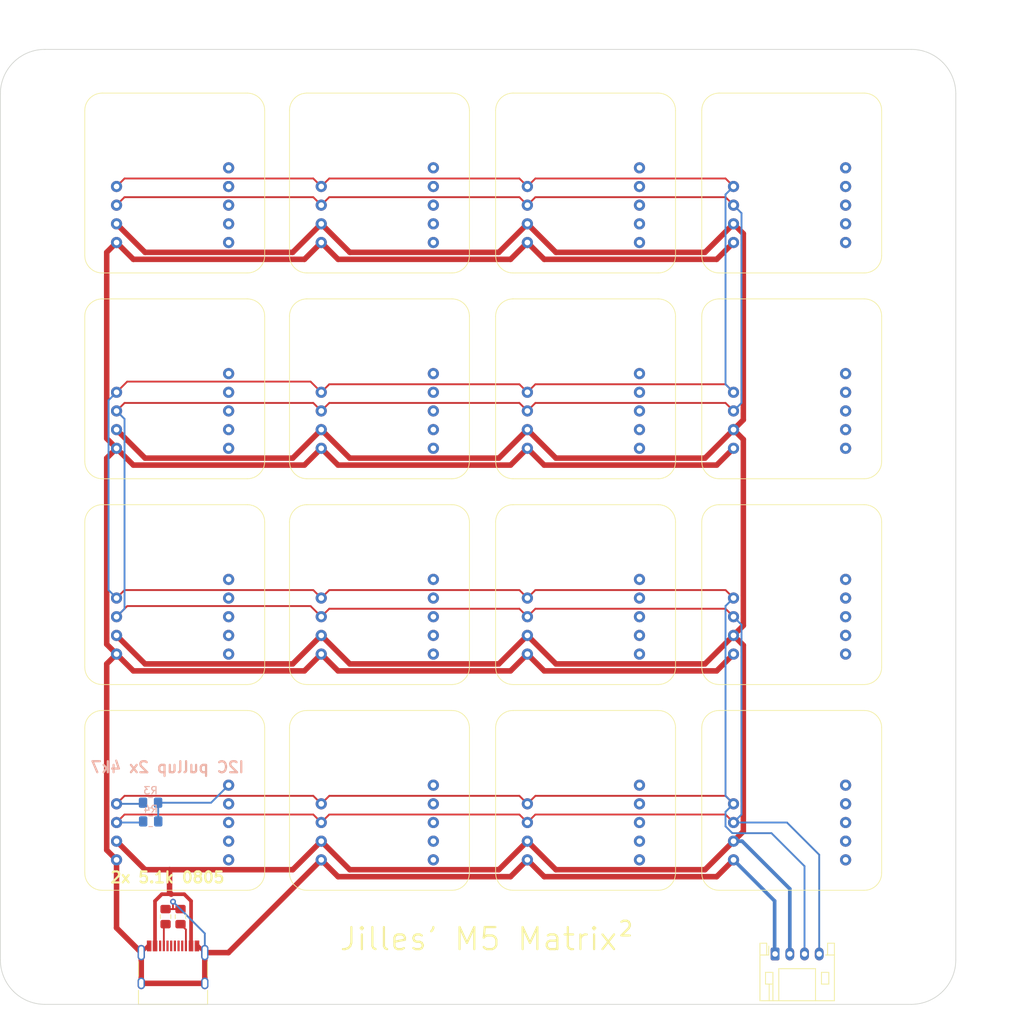
<source format=kicad_pcb>
(kicad_pcb (version 20171130) (host pcbnew "(5.1.6-0-10_14)")

  (general
    (thickness 1.6)
    (drawings 18)
    (tracks 231)
    (zones 0)
    (modules 26)
    (nets 93)
  )

  (page A4)
  (layers
    (0 F.Cu signal)
    (31 B.Cu signal)
    (32 B.Adhes user)
    (33 F.Adhes user)
    (34 B.Paste user)
    (35 F.Paste user)
    (36 B.SilkS user)
    (37 F.SilkS user)
    (38 B.Mask user)
    (39 F.Mask user)
    (40 Dwgs.User user)
    (41 Cmts.User user)
    (42 Eco1.User user)
    (43 Eco2.User user)
    (44 Edge.Cuts user)
    (45 Margin user)
    (46 B.CrtYd user)
    (47 F.CrtYd user)
    (48 B.Fab user)
    (49 F.Fab user)
  )

  (setup
    (last_trace_width 0.25)
    (user_trace_width 0.5)
    (user_trace_width 0.75)
    (trace_clearance 0.2)
    (zone_clearance 0.508)
    (zone_45_only no)
    (trace_min 0.2)
    (via_size 0.8)
    (via_drill 0.4)
    (via_min_size 0.4)
    (via_min_drill 0.3)
    (uvia_size 0.3)
    (uvia_drill 0.1)
    (uvias_allowed no)
    (uvia_min_size 0.2)
    (uvia_min_drill 0.1)
    (edge_width 0.05)
    (segment_width 0.2)
    (pcb_text_width 0.3)
    (pcb_text_size 1.5 1.5)
    (mod_edge_width 0.12)
    (mod_text_size 1 1)
    (mod_text_width 0.15)
    (pad_size 1.524 1.524)
    (pad_drill 0.762)
    (pad_to_mask_clearance 0.05)
    (aux_axis_origin 0 0)
    (visible_elements FFFFFF7F)
    (pcbplotparams
      (layerselection 0x010fc_ffffffff)
      (usegerberextensions false)
      (usegerberattributes true)
      (usegerberadvancedattributes true)
      (creategerberjobfile true)
      (excludeedgelayer true)
      (linewidth 0.100000)
      (plotframeref false)
      (viasonmask false)
      (mode 1)
      (useauxorigin false)
      (hpglpennumber 1)
      (hpglpenspeed 20)
      (hpglpendiameter 15.000000)
      (psnegative false)
      (psa4output false)
      (plotreference true)
      (plotvalue true)
      (plotinvisibletext false)
      (padsonsilk false)
      (subtractmaskfromsilk false)
      (outputformat 1)
      (mirror false)
      (drillshape 0)
      (scaleselection 1)
      (outputdirectory "./gerbers"))
  )

  (net 0 "")
  (net 1 GND)
  (net 2 +5V)
  (net 3 "Net-(J1-PadB8)")
  (net 4 "Net-(J1-PadA5)")
  (net 5 "Net-(J1-PadB7)")
  (net 6 "Net-(J1-PadA7)")
  (net 7 "Net-(J1-PadB6)")
  (net 8 "Net-(J1-PadA8)")
  (net 9 "Net-(J1-PadB5)")
  (net 10 "Net-(J1-PadA6)")
  (net 11 /I2C_SDA)
  (net 12 /I2C_SCL)
  (net 13 "Net-(U1-Pad5)")
  (net 14 "Net-(U1-Pad4)")
  (net 15 "Net-(U1-Pad3)")
  (net 16 "Net-(U1-Pad2)")
  (net 17 "Net-(U1-Pad1)")
  (net 18 "Net-(U2-Pad5)")
  (net 19 "Net-(U2-Pad4)")
  (net 20 "Net-(U2-Pad3)")
  (net 21 "Net-(U2-Pad2)")
  (net 22 "Net-(U2-Pad1)")
  (net 23 "Net-(U3-Pad5)")
  (net 24 "Net-(U3-Pad4)")
  (net 25 "Net-(U3-Pad3)")
  (net 26 "Net-(U3-Pad2)")
  (net 27 "Net-(U3-Pad1)")
  (net 28 "Net-(U4-Pad5)")
  (net 29 "Net-(U4-Pad4)")
  (net 30 "Net-(U4-Pad3)")
  (net 31 "Net-(U4-Pad2)")
  (net 32 "Net-(U4-Pad1)")
  (net 33 "Net-(U5-Pad5)")
  (net 34 "Net-(U5-Pad4)")
  (net 35 "Net-(U5-Pad3)")
  (net 36 "Net-(U5-Pad2)")
  (net 37 "Net-(U5-Pad1)")
  (net 38 "Net-(U6-Pad5)")
  (net 39 "Net-(U6-Pad4)")
  (net 40 "Net-(U6-Pad3)")
  (net 41 "Net-(U6-Pad2)")
  (net 42 "Net-(U6-Pad1)")
  (net 43 "Net-(U7-Pad5)")
  (net 44 "Net-(U7-Pad4)")
  (net 45 "Net-(U7-Pad3)")
  (net 46 "Net-(U7-Pad2)")
  (net 47 "Net-(U7-Pad1)")
  (net 48 "Net-(U8-Pad5)")
  (net 49 "Net-(U8-Pad4)")
  (net 50 "Net-(U8-Pad3)")
  (net 51 "Net-(U8-Pad2)")
  (net 52 "Net-(U8-Pad1)")
  (net 53 "Net-(U9-Pad5)")
  (net 54 "Net-(U9-Pad4)")
  (net 55 "Net-(U9-Pad3)")
  (net 56 "Net-(U9-Pad2)")
  (net 57 "Net-(U9-Pad1)")
  (net 58 "Net-(U10-Pad5)")
  (net 59 "Net-(U10-Pad4)")
  (net 60 "Net-(U10-Pad3)")
  (net 61 "Net-(U10-Pad2)")
  (net 62 "Net-(U10-Pad1)")
  (net 63 "Net-(U11-Pad5)")
  (net 64 "Net-(U11-Pad4)")
  (net 65 "Net-(U11-Pad3)")
  (net 66 "Net-(U11-Pad2)")
  (net 67 "Net-(U11-Pad1)")
  (net 68 "Net-(U12-Pad5)")
  (net 69 "Net-(U12-Pad4)")
  (net 70 "Net-(U12-Pad3)")
  (net 71 "Net-(U12-Pad2)")
  (net 72 "Net-(U13-Pad5)")
  (net 73 "Net-(U13-Pad4)")
  (net 74 "Net-(U13-Pad3)")
  (net 75 "Net-(U13-Pad2)")
  (net 76 "Net-(U13-Pad1)")
  (net 77 "Net-(U14-Pad5)")
  (net 78 "Net-(U14-Pad4)")
  (net 79 "Net-(U14-Pad3)")
  (net 80 "Net-(U14-Pad2)")
  (net 81 "Net-(U14-Pad1)")
  (net 82 "Net-(U15-Pad5)")
  (net 83 "Net-(U15-Pad4)")
  (net 84 "Net-(U15-Pad3)")
  (net 85 "Net-(U15-Pad2)")
  (net 86 "Net-(U15-Pad1)")
  (net 87 "Net-(U16-Pad5)")
  (net 88 "Net-(U16-Pad4)")
  (net 89 "Net-(U16-Pad3)")
  (net 90 "Net-(U16-Pad2)")
  (net 91 "Net-(U16-Pad1)")
  (net 92 +3V3)

  (net_class Default "This is the default net class."
    (clearance 0.2)
    (trace_width 0.25)
    (via_dia 0.8)
    (via_drill 0.4)
    (uvia_dia 0.3)
    (uvia_drill 0.1)
    (add_net +3V3)
    (add_net +5V)
    (add_net /I2C_SCL)
    (add_net /I2C_SDA)
    (add_net GND)
    (add_net "Net-(J1-PadA5)")
    (add_net "Net-(J1-PadA6)")
    (add_net "Net-(J1-PadA7)")
    (add_net "Net-(J1-PadA8)")
    (add_net "Net-(J1-PadB5)")
    (add_net "Net-(J1-PadB6)")
    (add_net "Net-(J1-PadB7)")
    (add_net "Net-(J1-PadB8)")
    (add_net "Net-(U1-Pad1)")
    (add_net "Net-(U1-Pad2)")
    (add_net "Net-(U1-Pad3)")
    (add_net "Net-(U1-Pad4)")
    (add_net "Net-(U1-Pad5)")
    (add_net "Net-(U10-Pad1)")
    (add_net "Net-(U10-Pad2)")
    (add_net "Net-(U10-Pad3)")
    (add_net "Net-(U10-Pad4)")
    (add_net "Net-(U10-Pad5)")
    (add_net "Net-(U11-Pad1)")
    (add_net "Net-(U11-Pad2)")
    (add_net "Net-(U11-Pad3)")
    (add_net "Net-(U11-Pad4)")
    (add_net "Net-(U11-Pad5)")
    (add_net "Net-(U12-Pad2)")
    (add_net "Net-(U12-Pad3)")
    (add_net "Net-(U12-Pad4)")
    (add_net "Net-(U12-Pad5)")
    (add_net "Net-(U13-Pad1)")
    (add_net "Net-(U13-Pad2)")
    (add_net "Net-(U13-Pad3)")
    (add_net "Net-(U13-Pad4)")
    (add_net "Net-(U13-Pad5)")
    (add_net "Net-(U14-Pad1)")
    (add_net "Net-(U14-Pad2)")
    (add_net "Net-(U14-Pad3)")
    (add_net "Net-(U14-Pad4)")
    (add_net "Net-(U14-Pad5)")
    (add_net "Net-(U15-Pad1)")
    (add_net "Net-(U15-Pad2)")
    (add_net "Net-(U15-Pad3)")
    (add_net "Net-(U15-Pad4)")
    (add_net "Net-(U15-Pad5)")
    (add_net "Net-(U16-Pad1)")
    (add_net "Net-(U16-Pad2)")
    (add_net "Net-(U16-Pad3)")
    (add_net "Net-(U16-Pad4)")
    (add_net "Net-(U16-Pad5)")
    (add_net "Net-(U2-Pad1)")
    (add_net "Net-(U2-Pad2)")
    (add_net "Net-(U2-Pad3)")
    (add_net "Net-(U2-Pad4)")
    (add_net "Net-(U2-Pad5)")
    (add_net "Net-(U3-Pad1)")
    (add_net "Net-(U3-Pad2)")
    (add_net "Net-(U3-Pad3)")
    (add_net "Net-(U3-Pad4)")
    (add_net "Net-(U3-Pad5)")
    (add_net "Net-(U4-Pad1)")
    (add_net "Net-(U4-Pad2)")
    (add_net "Net-(U4-Pad3)")
    (add_net "Net-(U4-Pad4)")
    (add_net "Net-(U4-Pad5)")
    (add_net "Net-(U5-Pad1)")
    (add_net "Net-(U5-Pad2)")
    (add_net "Net-(U5-Pad3)")
    (add_net "Net-(U5-Pad4)")
    (add_net "Net-(U5-Pad5)")
    (add_net "Net-(U6-Pad1)")
    (add_net "Net-(U6-Pad2)")
    (add_net "Net-(U6-Pad3)")
    (add_net "Net-(U6-Pad4)")
    (add_net "Net-(U6-Pad5)")
    (add_net "Net-(U7-Pad1)")
    (add_net "Net-(U7-Pad2)")
    (add_net "Net-(U7-Pad3)")
    (add_net "Net-(U7-Pad4)")
    (add_net "Net-(U7-Pad5)")
    (add_net "Net-(U8-Pad1)")
    (add_net "Net-(U8-Pad2)")
    (add_net "Net-(U8-Pad3)")
    (add_net "Net-(U8-Pad4)")
    (add_net "Net-(U8-Pad5)")
    (add_net "Net-(U9-Pad1)")
    (add_net "Net-(U9-Pad2)")
    (add_net "Net-(U9-Pad3)")
    (add_net "Net-(U9-Pad4)")
    (add_net "Net-(U9-Pad5)")
  )

  (module MountingHole:MountingHole_3.2mm_M3 (layer F.Cu) (tedit 56D1B4CB) (tstamp 5F5488A4)
    (at 70.866 153.162)
    (descr "Mounting Hole 3.2mm, no annular, M3")
    (tags "mounting hole 3.2mm no annular m3")
    (path /5F5D3272)
    (attr virtual)
    (fp_text reference H4 (at 0 -4.2) (layer F.SilkS) hide
      (effects (font (size 1 1) (thickness 0.15)))
    )
    (fp_text value MountingHole (at 0 4.2) (layer F.Fab)
      (effects (font (size 1 1) (thickness 0.15)))
    )
    (fp_circle (center 0 0) (end 3.45 0) (layer F.CrtYd) (width 0.05))
    (fp_circle (center 0 0) (end 3.2 0) (layer Cmts.User) (width 0.15))
    (fp_text user %R (at 0.3 0) (layer F.Fab)
      (effects (font (size 1 1) (thickness 0.15)))
    )
    (pad 1 np_thru_hole circle (at 0 0) (size 3.2 3.2) (drill 3.2) (layers *.Cu *.Mask))
  )

  (module MountingHole:MountingHole_3.2mm_M3 (layer F.Cu) (tedit 56D1B4CB) (tstamp 5F54889C)
    (at 189.484 40.894)
    (descr "Mounting Hole 3.2mm, no annular, M3")
    (tags "mounting hole 3.2mm no annular m3")
    (path /5F5D2E5F)
    (attr virtual)
    (fp_text reference H3 (at 0 -4.2) (layer F.SilkS) hide
      (effects (font (size 1 1) (thickness 0.15)))
    )
    (fp_text value MountingHole (at 0 4.2) (layer F.Fab)
      (effects (font (size 1 1) (thickness 0.15)))
    )
    (fp_circle (center 0 0) (end 3.45 0) (layer F.CrtYd) (width 0.05))
    (fp_circle (center 0 0) (end 3.2 0) (layer Cmts.User) (width 0.15))
    (fp_text user %R (at 0.3 0) (layer F.Fab)
      (effects (font (size 1 1) (thickness 0.15)))
    )
    (pad 1 np_thru_hole circle (at 0 0) (size 3.2 3.2) (drill 3.2) (layers *.Cu *.Mask))
  )

  (module MountingHole:MountingHole_3.2mm_M3 (layer F.Cu) (tedit 56D1B4CB) (tstamp 5F548894)
    (at 189.484 153.162)
    (descr "Mounting Hole 3.2mm, no annular, M3")
    (tags "mounting hole 3.2mm no annular m3")
    (path /5F5D22D1)
    (attr virtual)
    (fp_text reference H2 (at 0 -4.2) (layer F.SilkS) hide
      (effects (font (size 1 1) (thickness 0.15)))
    )
    (fp_text value MountingHole (at 0 4.2) (layer F.Fab)
      (effects (font (size 1 1) (thickness 0.15)))
    )
    (fp_circle (center 0 0) (end 3.45 0) (layer F.CrtYd) (width 0.05))
    (fp_circle (center 0 0) (end 3.2 0) (layer Cmts.User) (width 0.15))
    (fp_text user %R (at 0.3 0) (layer F.Fab)
      (effects (font (size 1 1) (thickness 0.15)))
    )
    (pad 1 np_thru_hole circle (at 0 0) (size 3.2 3.2) (drill 3.2) (layers *.Cu *.Mask))
  )

  (module MountingHole:MountingHole_3.2mm_M3 (layer F.Cu) (tedit 56D1B4CB) (tstamp 5F548D3B)
    (at 70.866 40.894)
    (descr "Mounting Hole 3.2mm, no annular, M3")
    (tags "mounting hole 3.2mm no annular m3")
    (path /5F5D24D0)
    (attr virtual)
    (fp_text reference H1 (at 0 -4.2) (layer F.SilkS) hide
      (effects (font (size 1 1) (thickness 0.15)))
    )
    (fp_text value MountingHole (at 0 4.2) (layer F.Fab)
      (effects (font (size 1 1) (thickness 0.15)))
    )
    (fp_circle (center 0 0) (end 3.45 0) (layer F.CrtYd) (width 0.05))
    (fp_circle (center 0 0) (end 3.2 0) (layer Cmts.User) (width 0.15))
    (fp_text user %R (at 0.3 0) (layer F.Fab)
      (effects (font (size 1 1) (thickness 0.15)))
    )
    (pad 1 np_thru_hole circle (at 0 0) (size 3.2 3.2) (drill 3.2) (layers *.Cu *.Mask))
  )

  (module Connector_JST:JST_PH_S4B-PH-K_1x04_P2.00mm_Horizontal (layer F.Cu) (tedit 5B7745C6) (tstamp 5F547D66)
    (at 170.244 155.194)
    (descr "JST PH series connector, S4B-PH-K (http://www.jst-mfg.com/product/pdf/eng/ePH.pdf), generated with kicad-footprint-generator")
    (tags "connector JST PH top entry")
    (path /5F5B717C)
    (fp_text reference J2 (at 3 -2.55) (layer F.SilkS) hide
      (effects (font (size 1 1) (thickness 0.15)))
    )
    (fp_text value Conn_01x04_Male (at 3 7.45) (layer F.Fab)
      (effects (font (size 1 1) (thickness 0.15)))
    )
    (fp_line (start 0.5 1.375) (end 0 0.875) (layer F.Fab) (width 0.1))
    (fp_line (start -0.5 1.375) (end 0.5 1.375) (layer F.Fab) (width 0.1))
    (fp_line (start 0 0.875) (end -0.5 1.375) (layer F.Fab) (width 0.1))
    (fp_line (start -0.86 0.14) (end -0.86 -1.075) (layer F.SilkS) (width 0.12))
    (fp_line (start 7.25 0.25) (end -1.25 0.25) (layer F.Fab) (width 0.1))
    (fp_line (start 7.25 -1.35) (end 7.25 0.25) (layer F.Fab) (width 0.1))
    (fp_line (start 7.95 -1.35) (end 7.25 -1.35) (layer F.Fab) (width 0.1))
    (fp_line (start 7.95 6.25) (end 7.95 -1.35) (layer F.Fab) (width 0.1))
    (fp_line (start -1.95 6.25) (end 7.95 6.25) (layer F.Fab) (width 0.1))
    (fp_line (start -1.95 -1.35) (end -1.95 6.25) (layer F.Fab) (width 0.1))
    (fp_line (start -1.25 -1.35) (end -1.95 -1.35) (layer F.Fab) (width 0.1))
    (fp_line (start -1.25 0.25) (end -1.25 -1.35) (layer F.Fab) (width 0.1))
    (fp_line (start 8.45 -1.85) (end -2.45 -1.85) (layer F.CrtYd) (width 0.05))
    (fp_line (start 8.45 6.75) (end 8.45 -1.85) (layer F.CrtYd) (width 0.05))
    (fp_line (start -2.45 6.75) (end 8.45 6.75) (layer F.CrtYd) (width 0.05))
    (fp_line (start -2.45 -1.85) (end -2.45 6.75) (layer F.CrtYd) (width 0.05))
    (fp_line (start -0.8 4.1) (end -0.8 6.36) (layer F.SilkS) (width 0.12))
    (fp_line (start -0.3 4.1) (end -0.3 6.36) (layer F.SilkS) (width 0.12))
    (fp_line (start 6.3 2.5) (end 7.3 2.5) (layer F.SilkS) (width 0.12))
    (fp_line (start 6.3 4.1) (end 6.3 2.5) (layer F.SilkS) (width 0.12))
    (fp_line (start 7.3 4.1) (end 6.3 4.1) (layer F.SilkS) (width 0.12))
    (fp_line (start 7.3 2.5) (end 7.3 4.1) (layer F.SilkS) (width 0.12))
    (fp_line (start -0.3 2.5) (end -1.3 2.5) (layer F.SilkS) (width 0.12))
    (fp_line (start -0.3 4.1) (end -0.3 2.5) (layer F.SilkS) (width 0.12))
    (fp_line (start -1.3 4.1) (end -0.3 4.1) (layer F.SilkS) (width 0.12))
    (fp_line (start -1.3 2.5) (end -1.3 4.1) (layer F.SilkS) (width 0.12))
    (fp_line (start 8.06 0.14) (end 7.14 0.14) (layer F.SilkS) (width 0.12))
    (fp_line (start -2.06 0.14) (end -1.14 0.14) (layer F.SilkS) (width 0.12))
    (fp_line (start 5.5 2) (end 5.5 6.36) (layer F.SilkS) (width 0.12))
    (fp_line (start 0.5 2) (end 5.5 2) (layer F.SilkS) (width 0.12))
    (fp_line (start 0.5 6.36) (end 0.5 2) (layer F.SilkS) (width 0.12))
    (fp_line (start 7.14 0.14) (end 6.86 0.14) (layer F.SilkS) (width 0.12))
    (fp_line (start 7.14 -1.46) (end 7.14 0.14) (layer F.SilkS) (width 0.12))
    (fp_line (start 8.06 -1.46) (end 7.14 -1.46) (layer F.SilkS) (width 0.12))
    (fp_line (start 8.06 6.36) (end 8.06 -1.46) (layer F.SilkS) (width 0.12))
    (fp_line (start -2.06 6.36) (end 8.06 6.36) (layer F.SilkS) (width 0.12))
    (fp_line (start -2.06 -1.46) (end -2.06 6.36) (layer F.SilkS) (width 0.12))
    (fp_line (start -1.14 -1.46) (end -2.06 -1.46) (layer F.SilkS) (width 0.12))
    (fp_line (start -1.14 0.14) (end -1.14 -1.46) (layer F.SilkS) (width 0.12))
    (fp_line (start -0.86 0.14) (end -1.14 0.14) (layer F.SilkS) (width 0.12))
    (fp_text user %R (at 3 2.5) (layer F.Fab)
      (effects (font (size 1 1) (thickness 0.15)))
    )
    (pad 4 thru_hole oval (at 6 0) (size 1.2 1.75) (drill 0.75) (layers *.Cu *.Mask)
      (net 12 /I2C_SCL))
    (pad 3 thru_hole oval (at 4 0) (size 1.2 1.75) (drill 0.75) (layers *.Cu *.Mask)
      (net 11 /I2C_SDA))
    (pad 2 thru_hole oval (at 2 0) (size 1.2 1.75) (drill 0.75) (layers *.Cu *.Mask)
      (net 2 +5V))
    (pad 1 thru_hole roundrect (at 0 0) (size 1.2 1.75) (drill 0.75) (layers *.Cu *.Mask) (roundrect_rratio 0.208333)
      (net 1 GND))
    (model ${KISYS3DMOD}/Connector_JST.3dshapes/JST_PH_S4B-PH-K_1x04_P2.00mm_Horizontal.wrl
      (at (xyz 0 0 0))
      (scale (xyz 1 1 1))
      (rotate (xyz 0 0 0))
    )
  )

  (module Resistor_SMD:R_0805_2012Metric_Pad1.15x1.40mm_HandSolder (layer B.Cu) (tedit 5B36C52B) (tstamp 5F546223)
    (at 85.353 137.16 180)
    (descr "Resistor SMD 0805 (2012 Metric), square (rectangular) end terminal, IPC_7351 nominal with elongated pad for handsoldering. (Body size source: https://docs.google.com/spreadsheets/d/1BsfQQcO9C6DZCsRaXUlFlo91Tg2WpOkGARC1WS5S8t0/edit?usp=sharing), generated with kicad-footprint-generator")
    (tags "resistor handsolder")
    (path /5F59D58A)
    (attr smd)
    (fp_text reference R4 (at 0 1.65) (layer B.SilkS)
      (effects (font (size 1 1) (thickness 0.15)) (justify mirror))
    )
    (fp_text value R (at 0 -1.65) (layer B.Fab)
      (effects (font (size 1 1) (thickness 0.15)) (justify mirror))
    )
    (fp_line (start 1.85 -0.95) (end -1.85 -0.95) (layer B.CrtYd) (width 0.05))
    (fp_line (start 1.85 0.95) (end 1.85 -0.95) (layer B.CrtYd) (width 0.05))
    (fp_line (start -1.85 0.95) (end 1.85 0.95) (layer B.CrtYd) (width 0.05))
    (fp_line (start -1.85 -0.95) (end -1.85 0.95) (layer B.CrtYd) (width 0.05))
    (fp_line (start -0.261252 -0.71) (end 0.261252 -0.71) (layer B.SilkS) (width 0.12))
    (fp_line (start -0.261252 0.71) (end 0.261252 0.71) (layer B.SilkS) (width 0.12))
    (fp_line (start 1 -0.6) (end -1 -0.6) (layer B.Fab) (width 0.1))
    (fp_line (start 1 0.6) (end 1 -0.6) (layer B.Fab) (width 0.1))
    (fp_line (start -1 0.6) (end 1 0.6) (layer B.Fab) (width 0.1))
    (fp_line (start -1 -0.6) (end -1 0.6) (layer B.Fab) (width 0.1))
    (fp_text user %R (at 0 0) (layer B.Fab)
      (effects (font (size 0.5 0.5) (thickness 0.08)) (justify mirror))
    )
    (pad 2 smd roundrect (at 1.025 0 180) (size 1.15 1.4) (layers B.Cu B.Paste B.Mask) (roundrect_rratio 0.217391)
      (net 12 /I2C_SCL))
    (pad 1 smd roundrect (at -1.025 0 180) (size 1.15 1.4) (layers B.Cu B.Paste B.Mask) (roundrect_rratio 0.217391)
      (net 92 +3V3))
    (model ${KISYS3DMOD}/Resistor_SMD.3dshapes/R_0805_2012Metric.wrl
      (at (xyz 0 0 0))
      (scale (xyz 1 1 1))
      (rotate (xyz 0 0 0))
    )
  )

  (module Resistor_SMD:R_0805_2012Metric_Pad1.15x1.40mm_HandSolder (layer B.Cu) (tedit 5B36C52B) (tstamp 5F546212)
    (at 85.335 134.62 180)
    (descr "Resistor SMD 0805 (2012 Metric), square (rectangular) end terminal, IPC_7351 nominal with elongated pad for handsoldering. (Body size source: https://docs.google.com/spreadsheets/d/1BsfQQcO9C6DZCsRaXUlFlo91Tg2WpOkGARC1WS5S8t0/edit?usp=sharing), generated with kicad-footprint-generator")
    (tags "resistor handsolder")
    (path /5F59D47C)
    (attr smd)
    (fp_text reference R3 (at 0 1.65) (layer B.SilkS)
      (effects (font (size 1 1) (thickness 0.15)) (justify mirror))
    )
    (fp_text value R (at 0 -1.65) (layer B.Fab)
      (effects (font (size 1 1) (thickness 0.15)) (justify mirror))
    )
    (fp_line (start 1.85 -0.95) (end -1.85 -0.95) (layer B.CrtYd) (width 0.05))
    (fp_line (start 1.85 0.95) (end 1.85 -0.95) (layer B.CrtYd) (width 0.05))
    (fp_line (start -1.85 0.95) (end 1.85 0.95) (layer B.CrtYd) (width 0.05))
    (fp_line (start -1.85 -0.95) (end -1.85 0.95) (layer B.CrtYd) (width 0.05))
    (fp_line (start -0.261252 -0.71) (end 0.261252 -0.71) (layer B.SilkS) (width 0.12))
    (fp_line (start -0.261252 0.71) (end 0.261252 0.71) (layer B.SilkS) (width 0.12))
    (fp_line (start 1 -0.6) (end -1 -0.6) (layer B.Fab) (width 0.1))
    (fp_line (start 1 0.6) (end 1 -0.6) (layer B.Fab) (width 0.1))
    (fp_line (start -1 0.6) (end 1 0.6) (layer B.Fab) (width 0.1))
    (fp_line (start -1 -0.6) (end -1 0.6) (layer B.Fab) (width 0.1))
    (fp_text user %R (at 0 0) (layer B.Fab)
      (effects (font (size 0.5 0.5) (thickness 0.08)) (justify mirror))
    )
    (pad 2 smd roundrect (at 1.025 0 180) (size 1.15 1.4) (layers B.Cu B.Paste B.Mask) (roundrect_rratio 0.217391)
      (net 11 /I2C_SDA))
    (pad 1 smd roundrect (at -1.025 0 180) (size 1.15 1.4) (layers B.Cu B.Paste B.Mask) (roundrect_rratio 0.217391)
      (net 92 +3V3))
    (model ${KISYS3DMOD}/Resistor_SMD.3dshapes/R_0805_2012Metric.wrl
      (at (xyz 0 0 0))
      (scale (xyz 1 1 1))
      (rotate (xyz 0 0 0))
    )
  )

  (module "m5matrix:M5atom matrix" (layer F.Cu) (tedit 5F53E38A) (tstamp 5F544143)
    (at 172.212 134.7724)
    (path /5F56CE76)
    (fp_text reference U16 (at 0 15.24) (layer F.SilkS) hide
      (effects (font (size 1 1) (thickness 0.15)))
    )
    (fp_text value atommatrix (at 0 -13.97) (layer F.Fab)
      (effects (font (size 1 1) (thickness 0.15)))
    )
    (fp_curve (pts (xy 11.830434 -12.008083) (xy 12.273461 -11.565057) (xy 12.522351 -10.964183) (xy 12.522351 -10.337649)) (layer F.SilkS) (width 0.1))
    (fp_line (start -9.576775 -12.7) (end -9.576775 -12.7) (layer F.SilkS) (width 0.1))
    (fp_line (start -11.939126 9.399126) (end -11.939126 -10.337649) (layer F.SilkS) (width 0.1))
    (fp_curve (pts (xy -11.247209 -12.008083) (xy -10.804183 -12.45111) (xy -10.203309 -12.7) (xy -9.576775 -12.7)) (layer F.SilkS) (width 0.1))
    (fp_curve (pts (xy -11.939126 -10.337649) (xy -11.939126 -10.964183) (xy -11.690236 -11.565057) (xy -11.247209 -12.008083)) (layer F.SilkS) (width 0.1))
    (fp_line (start 10.16 11.761477) (end -9.576775 11.761477) (layer F.SilkS) (width 0.1))
    (fp_curve (pts (xy -11.247209 11.06956) (xy -11.690236 10.626534) (xy -11.939126 10.02566) (xy -11.939126 9.399126)) (layer F.SilkS) (width 0.1))
    (fp_curve (pts (xy -9.576775 11.761477) (xy -10.203309 11.761477) (xy -10.804183 11.512587) (xy -11.247209 11.06956)) (layer F.SilkS) (width 0.1))
    (fp_curve (pts (xy 11.830434 11.06956) (xy 11.387408 11.512587) (xy 10.786534 11.761477) (xy 10.16 11.761477)) (layer F.SilkS) (width 0.1))
    (fp_curve (pts (xy 12.522351 9.399126) (xy 12.522351 10.02566) (xy 12.273461 10.626534) (xy 11.830434 11.06956)) (layer F.SilkS) (width 0.1))
    (fp_line (start -9.576775 -12.7) (end 10.16 -12.7) (layer F.SilkS) (width 0.1))
    (fp_line (start 12.522351 -10.337649) (end 12.522351 9.399126) (layer F.SilkS) (width 0.1))
    (fp_curve (pts (xy 10.16 -12.7) (xy 10.786534 -12.7) (xy 11.387408 -12.45111) (xy 11.830434 -12.008083)) (layer F.SilkS) (width 0.1))
    (pad 6 thru_hole circle (at -7.62 0) (size 1.524 1.524) (drill 0.762) (layers *.Cu *.Mask)
      (net 11 /I2C_SDA))
    (pad 7 thru_hole circle (at -7.62 2.54) (size 1.524 1.524) (drill 0.762) (layers *.Cu *.Mask)
      (net 12 /I2C_SCL))
    (pad 8 thru_hole circle (at -7.62 5.08) (size 1.524 1.524) (drill 0.762) (layers *.Cu *.Mask)
      (net 2 +5V))
    (pad 9 thru_hole circle (at -7.62 7.62) (size 1.524 1.524) (drill 0.762) (layers *.Cu *.Mask)
      (net 1 GND))
    (pad 5 thru_hole circle (at 7.62 7.62) (size 1.524 1.524) (drill 0.762) (layers *.Cu *.Mask)
      (net 87 "Net-(U16-Pad5)"))
    (pad 4 thru_hole circle (at 7.62 5.08) (size 1.524 1.524) (drill 0.762) (layers *.Cu *.Mask)
      (net 88 "Net-(U16-Pad4)"))
    (pad 3 thru_hole circle (at 7.62 2.54) (size 1.524 1.524) (drill 0.762) (layers *.Cu *.Mask)
      (net 89 "Net-(U16-Pad3)"))
    (pad 2 thru_hole circle (at 7.62 0) (size 1.524 1.524) (drill 0.762) (layers *.Cu *.Mask)
      (net 90 "Net-(U16-Pad2)"))
    (pad 1 thru_hole circle (at 7.62 -2.54) (size 1.524 1.524) (drill 0.762) (layers *.Cu *.Mask)
      (net 91 "Net-(U16-Pad1)"))
    (model "${KIPRJMOD}/M5 ATOM Matrix.step"
      (at (xyz 0 0 0))
      (scale (xyz 1 1 1))
      (rotate (xyz -90 0 0))
    )
  )

  (module "m5matrix:M5atom matrix" (layer F.Cu) (tedit 5F53E38A) (tstamp 5F544129)
    (at 116.162666 134.7724)
    (path /5F56CDE1)
    (fp_text reference U15 (at 0 15.24) (layer F.SilkS) hide
      (effects (font (size 1 1) (thickness 0.15)))
    )
    (fp_text value atommatrix (at 0 -13.97) (layer F.Fab)
      (effects (font (size 1 1) (thickness 0.15)))
    )
    (fp_curve (pts (xy 11.830434 -12.008083) (xy 12.273461 -11.565057) (xy 12.522351 -10.964183) (xy 12.522351 -10.337649)) (layer F.SilkS) (width 0.1))
    (fp_line (start -9.576775 -12.7) (end -9.576775 -12.7) (layer F.SilkS) (width 0.1))
    (fp_line (start -11.939126 9.399126) (end -11.939126 -10.337649) (layer F.SilkS) (width 0.1))
    (fp_curve (pts (xy -11.247209 -12.008083) (xy -10.804183 -12.45111) (xy -10.203309 -12.7) (xy -9.576775 -12.7)) (layer F.SilkS) (width 0.1))
    (fp_curve (pts (xy -11.939126 -10.337649) (xy -11.939126 -10.964183) (xy -11.690236 -11.565057) (xy -11.247209 -12.008083)) (layer F.SilkS) (width 0.1))
    (fp_line (start 10.16 11.761477) (end -9.576775 11.761477) (layer F.SilkS) (width 0.1))
    (fp_curve (pts (xy -11.247209 11.06956) (xy -11.690236 10.626534) (xy -11.939126 10.02566) (xy -11.939126 9.399126)) (layer F.SilkS) (width 0.1))
    (fp_curve (pts (xy -9.576775 11.761477) (xy -10.203309 11.761477) (xy -10.804183 11.512587) (xy -11.247209 11.06956)) (layer F.SilkS) (width 0.1))
    (fp_curve (pts (xy 11.830434 11.06956) (xy 11.387408 11.512587) (xy 10.786534 11.761477) (xy 10.16 11.761477)) (layer F.SilkS) (width 0.1))
    (fp_curve (pts (xy 12.522351 9.399126) (xy 12.522351 10.02566) (xy 12.273461 10.626534) (xy 11.830434 11.06956)) (layer F.SilkS) (width 0.1))
    (fp_line (start -9.576775 -12.7) (end 10.16 -12.7) (layer F.SilkS) (width 0.1))
    (fp_line (start 12.522351 -10.337649) (end 12.522351 9.399126) (layer F.SilkS) (width 0.1))
    (fp_curve (pts (xy 10.16 -12.7) (xy 10.786534 -12.7) (xy 11.387408 -12.45111) (xy 11.830434 -12.008083)) (layer F.SilkS) (width 0.1))
    (pad 6 thru_hole circle (at -7.62 0) (size 1.524 1.524) (drill 0.762) (layers *.Cu *.Mask)
      (net 11 /I2C_SDA))
    (pad 7 thru_hole circle (at -7.62 2.54) (size 1.524 1.524) (drill 0.762) (layers *.Cu *.Mask)
      (net 12 /I2C_SCL))
    (pad 8 thru_hole circle (at -7.62 5.08) (size 1.524 1.524) (drill 0.762) (layers *.Cu *.Mask)
      (net 2 +5V))
    (pad 9 thru_hole circle (at -7.62 7.62) (size 1.524 1.524) (drill 0.762) (layers *.Cu *.Mask)
      (net 1 GND))
    (pad 5 thru_hole circle (at 7.62 7.62) (size 1.524 1.524) (drill 0.762) (layers *.Cu *.Mask)
      (net 82 "Net-(U15-Pad5)"))
    (pad 4 thru_hole circle (at 7.62 5.08) (size 1.524 1.524) (drill 0.762) (layers *.Cu *.Mask)
      (net 83 "Net-(U15-Pad4)"))
    (pad 3 thru_hole circle (at 7.62 2.54) (size 1.524 1.524) (drill 0.762) (layers *.Cu *.Mask)
      (net 84 "Net-(U15-Pad3)"))
    (pad 2 thru_hole circle (at 7.62 0) (size 1.524 1.524) (drill 0.762) (layers *.Cu *.Mask)
      (net 85 "Net-(U15-Pad2)"))
    (pad 1 thru_hole circle (at 7.62 -2.54) (size 1.524 1.524) (drill 0.762) (layers *.Cu *.Mask)
      (net 86 "Net-(U15-Pad1)"))
    (model "${KIPRJMOD}/M5 ATOM Matrix.step"
      (at (xyz 0 0 0))
      (scale (xyz 1 1 1))
      (rotate (xyz -90 0 0))
    )
  )

  (module "m5matrix:M5atom matrix" (layer F.Cu) (tedit 5F53E38A) (tstamp 5F54410F)
    (at 144.187332 134.7724)
    (path /5F552FBE)
    (fp_text reference U14 (at 0 15.24) (layer F.SilkS) hide
      (effects (font (size 1 1) (thickness 0.15)))
    )
    (fp_text value atommatrix (at 0 -13.97) (layer F.Fab)
      (effects (font (size 1 1) (thickness 0.15)))
    )
    (fp_curve (pts (xy 11.830434 -12.008083) (xy 12.273461 -11.565057) (xy 12.522351 -10.964183) (xy 12.522351 -10.337649)) (layer F.SilkS) (width 0.1))
    (fp_line (start -9.576775 -12.7) (end -9.576775 -12.7) (layer F.SilkS) (width 0.1))
    (fp_line (start -11.939126 9.399126) (end -11.939126 -10.337649) (layer F.SilkS) (width 0.1))
    (fp_curve (pts (xy -11.247209 -12.008083) (xy -10.804183 -12.45111) (xy -10.203309 -12.7) (xy -9.576775 -12.7)) (layer F.SilkS) (width 0.1))
    (fp_curve (pts (xy -11.939126 -10.337649) (xy -11.939126 -10.964183) (xy -11.690236 -11.565057) (xy -11.247209 -12.008083)) (layer F.SilkS) (width 0.1))
    (fp_line (start 10.16 11.761477) (end -9.576775 11.761477) (layer F.SilkS) (width 0.1))
    (fp_curve (pts (xy -11.247209 11.06956) (xy -11.690236 10.626534) (xy -11.939126 10.02566) (xy -11.939126 9.399126)) (layer F.SilkS) (width 0.1))
    (fp_curve (pts (xy -9.576775 11.761477) (xy -10.203309 11.761477) (xy -10.804183 11.512587) (xy -11.247209 11.06956)) (layer F.SilkS) (width 0.1))
    (fp_curve (pts (xy 11.830434 11.06956) (xy 11.387408 11.512587) (xy 10.786534 11.761477) (xy 10.16 11.761477)) (layer F.SilkS) (width 0.1))
    (fp_curve (pts (xy 12.522351 9.399126) (xy 12.522351 10.02566) (xy 12.273461 10.626534) (xy 11.830434 11.06956)) (layer F.SilkS) (width 0.1))
    (fp_line (start -9.576775 -12.7) (end 10.16 -12.7) (layer F.SilkS) (width 0.1))
    (fp_line (start 12.522351 -10.337649) (end 12.522351 9.399126) (layer F.SilkS) (width 0.1))
    (fp_curve (pts (xy 10.16 -12.7) (xy 10.786534 -12.7) (xy 11.387408 -12.45111) (xy 11.830434 -12.008083)) (layer F.SilkS) (width 0.1))
    (pad 6 thru_hole circle (at -7.62 0) (size 1.524 1.524) (drill 0.762) (layers *.Cu *.Mask)
      (net 11 /I2C_SDA))
    (pad 7 thru_hole circle (at -7.62 2.54) (size 1.524 1.524) (drill 0.762) (layers *.Cu *.Mask)
      (net 12 /I2C_SCL))
    (pad 8 thru_hole circle (at -7.62 5.08) (size 1.524 1.524) (drill 0.762) (layers *.Cu *.Mask)
      (net 2 +5V))
    (pad 9 thru_hole circle (at -7.62 7.62) (size 1.524 1.524) (drill 0.762) (layers *.Cu *.Mask)
      (net 1 GND))
    (pad 5 thru_hole circle (at 7.62 7.62) (size 1.524 1.524) (drill 0.762) (layers *.Cu *.Mask)
      (net 77 "Net-(U14-Pad5)"))
    (pad 4 thru_hole circle (at 7.62 5.08) (size 1.524 1.524) (drill 0.762) (layers *.Cu *.Mask)
      (net 78 "Net-(U14-Pad4)"))
    (pad 3 thru_hole circle (at 7.62 2.54) (size 1.524 1.524) (drill 0.762) (layers *.Cu *.Mask)
      (net 79 "Net-(U14-Pad3)"))
    (pad 2 thru_hole circle (at 7.62 0) (size 1.524 1.524) (drill 0.762) (layers *.Cu *.Mask)
      (net 80 "Net-(U14-Pad2)"))
    (pad 1 thru_hole circle (at 7.62 -2.54) (size 1.524 1.524) (drill 0.762) (layers *.Cu *.Mask)
      (net 81 "Net-(U14-Pad1)"))
    (model "${KIPRJMOD}/M5 ATOM Matrix.step"
      (at (xyz 0 0 0))
      (scale (xyz 1 1 1))
      (rotate (xyz -90 0 0))
    )
  )

  (module "m5matrix:M5atom matrix" (layer F.Cu) (tedit 5F53E38A) (tstamp 5F5440F5)
    (at 172.212 106.7816)
    (path /5F54FA70)
    (fp_text reference U13 (at 0 15.24) (layer F.SilkS) hide
      (effects (font (size 1 1) (thickness 0.15)))
    )
    (fp_text value atommatrix (at 0 -13.97) (layer F.Fab)
      (effects (font (size 1 1) (thickness 0.15)))
    )
    (fp_curve (pts (xy 11.830434 -12.008083) (xy 12.273461 -11.565057) (xy 12.522351 -10.964183) (xy 12.522351 -10.337649)) (layer F.SilkS) (width 0.1))
    (fp_line (start -9.576775 -12.7) (end -9.576775 -12.7) (layer F.SilkS) (width 0.1))
    (fp_line (start -11.939126 9.399126) (end -11.939126 -10.337649) (layer F.SilkS) (width 0.1))
    (fp_curve (pts (xy -11.247209 -12.008083) (xy -10.804183 -12.45111) (xy -10.203309 -12.7) (xy -9.576775 -12.7)) (layer F.SilkS) (width 0.1))
    (fp_curve (pts (xy -11.939126 -10.337649) (xy -11.939126 -10.964183) (xy -11.690236 -11.565057) (xy -11.247209 -12.008083)) (layer F.SilkS) (width 0.1))
    (fp_line (start 10.16 11.761477) (end -9.576775 11.761477) (layer F.SilkS) (width 0.1))
    (fp_curve (pts (xy -11.247209 11.06956) (xy -11.690236 10.626534) (xy -11.939126 10.02566) (xy -11.939126 9.399126)) (layer F.SilkS) (width 0.1))
    (fp_curve (pts (xy -9.576775 11.761477) (xy -10.203309 11.761477) (xy -10.804183 11.512587) (xy -11.247209 11.06956)) (layer F.SilkS) (width 0.1))
    (fp_curve (pts (xy 11.830434 11.06956) (xy 11.387408 11.512587) (xy 10.786534 11.761477) (xy 10.16 11.761477)) (layer F.SilkS) (width 0.1))
    (fp_curve (pts (xy 12.522351 9.399126) (xy 12.522351 10.02566) (xy 12.273461 10.626534) (xy 11.830434 11.06956)) (layer F.SilkS) (width 0.1))
    (fp_line (start -9.576775 -12.7) (end 10.16 -12.7) (layer F.SilkS) (width 0.1))
    (fp_line (start 12.522351 -10.337649) (end 12.522351 9.399126) (layer F.SilkS) (width 0.1))
    (fp_curve (pts (xy 10.16 -12.7) (xy 10.786534 -12.7) (xy 11.387408 -12.45111) (xy 11.830434 -12.008083)) (layer F.SilkS) (width 0.1))
    (pad 6 thru_hole circle (at -7.62 0) (size 1.524 1.524) (drill 0.762) (layers *.Cu *.Mask)
      (net 11 /I2C_SDA))
    (pad 7 thru_hole circle (at -7.62 2.54) (size 1.524 1.524) (drill 0.762) (layers *.Cu *.Mask)
      (net 12 /I2C_SCL))
    (pad 8 thru_hole circle (at -7.62 5.08) (size 1.524 1.524) (drill 0.762) (layers *.Cu *.Mask)
      (net 2 +5V))
    (pad 9 thru_hole circle (at -7.62 7.62) (size 1.524 1.524) (drill 0.762) (layers *.Cu *.Mask)
      (net 1 GND))
    (pad 5 thru_hole circle (at 7.62 7.62) (size 1.524 1.524) (drill 0.762) (layers *.Cu *.Mask)
      (net 72 "Net-(U13-Pad5)"))
    (pad 4 thru_hole circle (at 7.62 5.08) (size 1.524 1.524) (drill 0.762) (layers *.Cu *.Mask)
      (net 73 "Net-(U13-Pad4)"))
    (pad 3 thru_hole circle (at 7.62 2.54) (size 1.524 1.524) (drill 0.762) (layers *.Cu *.Mask)
      (net 74 "Net-(U13-Pad3)"))
    (pad 2 thru_hole circle (at 7.62 0) (size 1.524 1.524) (drill 0.762) (layers *.Cu *.Mask)
      (net 75 "Net-(U13-Pad2)"))
    (pad 1 thru_hole circle (at 7.62 -2.54) (size 1.524 1.524) (drill 0.762) (layers *.Cu *.Mask)
      (net 76 "Net-(U13-Pad1)"))
    (model "${KIPRJMOD}/M5 ATOM Matrix.step"
      (at (xyz 0 0 0))
      (scale (xyz 1 1 1))
      (rotate (xyz -90 0 0))
    )
  )

  (module "m5matrix:M5atom matrix" (layer F.Cu) (tedit 5F53E38A) (tstamp 5F5440DB)
    (at 88.330526 134.7724)
    (path /5F56CE51)
    (fp_text reference U12 (at 0 15.24) (layer F.SilkS) hide
      (effects (font (size 1 1) (thickness 0.15)))
    )
    (fp_text value atommatrix (at 0 -13.97) (layer F.Fab)
      (effects (font (size 1 1) (thickness 0.15)))
    )
    (fp_curve (pts (xy 11.830434 -12.008083) (xy 12.273461 -11.565057) (xy 12.522351 -10.964183) (xy 12.522351 -10.337649)) (layer F.SilkS) (width 0.1))
    (fp_line (start -9.576775 -12.7) (end -9.576775 -12.7) (layer F.SilkS) (width 0.1))
    (fp_line (start -11.939126 9.399126) (end -11.939126 -10.337649) (layer F.SilkS) (width 0.1))
    (fp_curve (pts (xy -11.247209 -12.008083) (xy -10.804183 -12.45111) (xy -10.203309 -12.7) (xy -9.576775 -12.7)) (layer F.SilkS) (width 0.1))
    (fp_curve (pts (xy -11.939126 -10.337649) (xy -11.939126 -10.964183) (xy -11.690236 -11.565057) (xy -11.247209 -12.008083)) (layer F.SilkS) (width 0.1))
    (fp_line (start 10.16 11.761477) (end -9.576775 11.761477) (layer F.SilkS) (width 0.1))
    (fp_curve (pts (xy -11.247209 11.06956) (xy -11.690236 10.626534) (xy -11.939126 10.02566) (xy -11.939126 9.399126)) (layer F.SilkS) (width 0.1))
    (fp_curve (pts (xy -9.576775 11.761477) (xy -10.203309 11.761477) (xy -10.804183 11.512587) (xy -11.247209 11.06956)) (layer F.SilkS) (width 0.1))
    (fp_curve (pts (xy 11.830434 11.06956) (xy 11.387408 11.512587) (xy 10.786534 11.761477) (xy 10.16 11.761477)) (layer F.SilkS) (width 0.1))
    (fp_curve (pts (xy 12.522351 9.399126) (xy 12.522351 10.02566) (xy 12.273461 10.626534) (xy 11.830434 11.06956)) (layer F.SilkS) (width 0.1))
    (fp_line (start -9.576775 -12.7) (end 10.16 -12.7) (layer F.SilkS) (width 0.1))
    (fp_line (start 12.522351 -10.337649) (end 12.522351 9.399126) (layer F.SilkS) (width 0.1))
    (fp_curve (pts (xy 10.16 -12.7) (xy 10.786534 -12.7) (xy 11.387408 -12.45111) (xy 11.830434 -12.008083)) (layer F.SilkS) (width 0.1))
    (pad 6 thru_hole circle (at -7.62 0) (size 1.524 1.524) (drill 0.762) (layers *.Cu *.Mask)
      (net 11 /I2C_SDA))
    (pad 7 thru_hole circle (at -7.62 2.54) (size 1.524 1.524) (drill 0.762) (layers *.Cu *.Mask)
      (net 12 /I2C_SCL))
    (pad 8 thru_hole circle (at -7.62 5.08) (size 1.524 1.524) (drill 0.762) (layers *.Cu *.Mask)
      (net 2 +5V))
    (pad 9 thru_hole circle (at -7.62 7.62) (size 1.524 1.524) (drill 0.762) (layers *.Cu *.Mask)
      (net 1 GND))
    (pad 5 thru_hole circle (at 7.62 7.62) (size 1.524 1.524) (drill 0.762) (layers *.Cu *.Mask)
      (net 68 "Net-(U12-Pad5)"))
    (pad 4 thru_hole circle (at 7.62 5.08) (size 1.524 1.524) (drill 0.762) (layers *.Cu *.Mask)
      (net 69 "Net-(U12-Pad4)"))
    (pad 3 thru_hole circle (at 7.62 2.54) (size 1.524 1.524) (drill 0.762) (layers *.Cu *.Mask)
      (net 70 "Net-(U12-Pad3)"))
    (pad 2 thru_hole circle (at 7.62 0) (size 1.524 1.524) (drill 0.762) (layers *.Cu *.Mask)
      (net 71 "Net-(U12-Pad2)"))
    (pad 1 thru_hole circle (at 7.62 -2.54) (size 1.524 1.524) (drill 0.762) (layers *.Cu *.Mask)
      (net 92 +3V3))
    (model "${KIPRJMOD}/M5 ATOM Matrix.step"
      (at (xyz 0 0 0))
      (scale (xyz 1 1 1))
      (rotate (xyz -90 0 0))
    )
  )

  (module "m5matrix:M5atom matrix" (layer F.Cu) (tedit 5F53E38A) (tstamp 5F5440C1)
    (at 172.212 78.7908)
    (path /5F56CDBC)
    (fp_text reference U11 (at 0 15.24) (layer F.SilkS) hide
      (effects (font (size 1 1) (thickness 0.15)))
    )
    (fp_text value atommatrix (at 0 -13.97) (layer F.Fab)
      (effects (font (size 1 1) (thickness 0.15)))
    )
    (fp_curve (pts (xy 11.830434 -12.008083) (xy 12.273461 -11.565057) (xy 12.522351 -10.964183) (xy 12.522351 -10.337649)) (layer F.SilkS) (width 0.1))
    (fp_line (start -9.576775 -12.7) (end -9.576775 -12.7) (layer F.SilkS) (width 0.1))
    (fp_line (start -11.939126 9.399126) (end -11.939126 -10.337649) (layer F.SilkS) (width 0.1))
    (fp_curve (pts (xy -11.247209 -12.008083) (xy -10.804183 -12.45111) (xy -10.203309 -12.7) (xy -9.576775 -12.7)) (layer F.SilkS) (width 0.1))
    (fp_curve (pts (xy -11.939126 -10.337649) (xy -11.939126 -10.964183) (xy -11.690236 -11.565057) (xy -11.247209 -12.008083)) (layer F.SilkS) (width 0.1))
    (fp_line (start 10.16 11.761477) (end -9.576775 11.761477) (layer F.SilkS) (width 0.1))
    (fp_curve (pts (xy -11.247209 11.06956) (xy -11.690236 10.626534) (xy -11.939126 10.02566) (xy -11.939126 9.399126)) (layer F.SilkS) (width 0.1))
    (fp_curve (pts (xy -9.576775 11.761477) (xy -10.203309 11.761477) (xy -10.804183 11.512587) (xy -11.247209 11.06956)) (layer F.SilkS) (width 0.1))
    (fp_curve (pts (xy 11.830434 11.06956) (xy 11.387408 11.512587) (xy 10.786534 11.761477) (xy 10.16 11.761477)) (layer F.SilkS) (width 0.1))
    (fp_curve (pts (xy 12.522351 9.399126) (xy 12.522351 10.02566) (xy 12.273461 10.626534) (xy 11.830434 11.06956)) (layer F.SilkS) (width 0.1))
    (fp_line (start -9.576775 -12.7) (end 10.16 -12.7) (layer F.SilkS) (width 0.1))
    (fp_line (start 12.522351 -10.337649) (end 12.522351 9.399126) (layer F.SilkS) (width 0.1))
    (fp_curve (pts (xy 10.16 -12.7) (xy 10.786534 -12.7) (xy 11.387408 -12.45111) (xy 11.830434 -12.008083)) (layer F.SilkS) (width 0.1))
    (pad 6 thru_hole circle (at -7.62 0) (size 1.524 1.524) (drill 0.762) (layers *.Cu *.Mask)
      (net 11 /I2C_SDA))
    (pad 7 thru_hole circle (at -7.62 2.54) (size 1.524 1.524) (drill 0.762) (layers *.Cu *.Mask)
      (net 12 /I2C_SCL))
    (pad 8 thru_hole circle (at -7.62 5.08) (size 1.524 1.524) (drill 0.762) (layers *.Cu *.Mask)
      (net 2 +5V))
    (pad 9 thru_hole circle (at -7.62 7.62) (size 1.524 1.524) (drill 0.762) (layers *.Cu *.Mask)
      (net 1 GND))
    (pad 5 thru_hole circle (at 7.62 7.62) (size 1.524 1.524) (drill 0.762) (layers *.Cu *.Mask)
      (net 63 "Net-(U11-Pad5)"))
    (pad 4 thru_hole circle (at 7.62 5.08) (size 1.524 1.524) (drill 0.762) (layers *.Cu *.Mask)
      (net 64 "Net-(U11-Pad4)"))
    (pad 3 thru_hole circle (at 7.62 2.54) (size 1.524 1.524) (drill 0.762) (layers *.Cu *.Mask)
      (net 65 "Net-(U11-Pad3)"))
    (pad 2 thru_hole circle (at 7.62 0) (size 1.524 1.524) (drill 0.762) (layers *.Cu *.Mask)
      (net 66 "Net-(U11-Pad2)"))
    (pad 1 thru_hole circle (at 7.62 -2.54) (size 1.524 1.524) (drill 0.762) (layers *.Cu *.Mask)
      (net 67 "Net-(U11-Pad1)"))
    (model "${KIPRJMOD}/M5 ATOM Matrix.step"
      (at (xyz 0 0 0))
      (scale (xyz 1 1 1))
      (rotate (xyz -90 0 0))
    )
  )

  (module "m5matrix:M5atom matrix" (layer F.Cu) (tedit 5F53E38A) (tstamp 5F5440A7)
    (at 144.187332 106.7816)
    (path /5F552F99)
    (fp_text reference U10 (at 0 15.24) (layer F.SilkS) hide
      (effects (font (size 1 1) (thickness 0.15)))
    )
    (fp_text value atommatrix (at 0 -13.97) (layer F.Fab)
      (effects (font (size 1 1) (thickness 0.15)))
    )
    (fp_curve (pts (xy 11.830434 -12.008083) (xy 12.273461 -11.565057) (xy 12.522351 -10.964183) (xy 12.522351 -10.337649)) (layer F.SilkS) (width 0.1))
    (fp_line (start -9.576775 -12.7) (end -9.576775 -12.7) (layer F.SilkS) (width 0.1))
    (fp_line (start -11.939126 9.399126) (end -11.939126 -10.337649) (layer F.SilkS) (width 0.1))
    (fp_curve (pts (xy -11.247209 -12.008083) (xy -10.804183 -12.45111) (xy -10.203309 -12.7) (xy -9.576775 -12.7)) (layer F.SilkS) (width 0.1))
    (fp_curve (pts (xy -11.939126 -10.337649) (xy -11.939126 -10.964183) (xy -11.690236 -11.565057) (xy -11.247209 -12.008083)) (layer F.SilkS) (width 0.1))
    (fp_line (start 10.16 11.761477) (end -9.576775 11.761477) (layer F.SilkS) (width 0.1))
    (fp_curve (pts (xy -11.247209 11.06956) (xy -11.690236 10.626534) (xy -11.939126 10.02566) (xy -11.939126 9.399126)) (layer F.SilkS) (width 0.1))
    (fp_curve (pts (xy -9.576775 11.761477) (xy -10.203309 11.761477) (xy -10.804183 11.512587) (xy -11.247209 11.06956)) (layer F.SilkS) (width 0.1))
    (fp_curve (pts (xy 11.830434 11.06956) (xy 11.387408 11.512587) (xy 10.786534 11.761477) (xy 10.16 11.761477)) (layer F.SilkS) (width 0.1))
    (fp_curve (pts (xy 12.522351 9.399126) (xy 12.522351 10.02566) (xy 12.273461 10.626534) (xy 11.830434 11.06956)) (layer F.SilkS) (width 0.1))
    (fp_line (start -9.576775 -12.7) (end 10.16 -12.7) (layer F.SilkS) (width 0.1))
    (fp_line (start 12.522351 -10.337649) (end 12.522351 9.399126) (layer F.SilkS) (width 0.1))
    (fp_curve (pts (xy 10.16 -12.7) (xy 10.786534 -12.7) (xy 11.387408 -12.45111) (xy 11.830434 -12.008083)) (layer F.SilkS) (width 0.1))
    (pad 6 thru_hole circle (at -7.62 0) (size 1.524 1.524) (drill 0.762) (layers *.Cu *.Mask)
      (net 11 /I2C_SDA))
    (pad 7 thru_hole circle (at -7.62 2.54) (size 1.524 1.524) (drill 0.762) (layers *.Cu *.Mask)
      (net 12 /I2C_SCL))
    (pad 8 thru_hole circle (at -7.62 5.08) (size 1.524 1.524) (drill 0.762) (layers *.Cu *.Mask)
      (net 2 +5V))
    (pad 9 thru_hole circle (at -7.62 7.62) (size 1.524 1.524) (drill 0.762) (layers *.Cu *.Mask)
      (net 1 GND))
    (pad 5 thru_hole circle (at 7.62 7.62) (size 1.524 1.524) (drill 0.762) (layers *.Cu *.Mask)
      (net 58 "Net-(U10-Pad5)"))
    (pad 4 thru_hole circle (at 7.62 5.08) (size 1.524 1.524) (drill 0.762) (layers *.Cu *.Mask)
      (net 59 "Net-(U10-Pad4)"))
    (pad 3 thru_hole circle (at 7.62 2.54) (size 1.524 1.524) (drill 0.762) (layers *.Cu *.Mask)
      (net 60 "Net-(U10-Pad3)"))
    (pad 2 thru_hole circle (at 7.62 0) (size 1.524 1.524) (drill 0.762) (layers *.Cu *.Mask)
      (net 61 "Net-(U10-Pad2)"))
    (pad 1 thru_hole circle (at 7.62 -2.54) (size 1.524 1.524) (drill 0.762) (layers *.Cu *.Mask)
      (net 62 "Net-(U10-Pad1)"))
    (model "${KIPRJMOD}/M5 ATOM Matrix.step"
      (at (xyz 0 0 0))
      (scale (xyz 1 1 1))
      (rotate (xyz -90 0 0))
    )
  )

  (module "m5matrix:M5atom matrix" (layer F.Cu) (tedit 5F53E38A) (tstamp 5F54408D)
    (at 172.212 50.8)
    (path /5F54D657)
    (fp_text reference U9 (at 0 15.24) (layer F.SilkS) hide
      (effects (font (size 1 1) (thickness 0.15)))
    )
    (fp_text value atommatrix (at 0 -13.97) (layer F.Fab)
      (effects (font (size 1 1) (thickness 0.15)))
    )
    (fp_curve (pts (xy 11.830434 -12.008083) (xy 12.273461 -11.565057) (xy 12.522351 -10.964183) (xy 12.522351 -10.337649)) (layer F.SilkS) (width 0.1))
    (fp_line (start -9.576775 -12.7) (end -9.576775 -12.7) (layer F.SilkS) (width 0.1))
    (fp_line (start -11.939126 9.399126) (end -11.939126 -10.337649) (layer F.SilkS) (width 0.1))
    (fp_curve (pts (xy -11.247209 -12.008083) (xy -10.804183 -12.45111) (xy -10.203309 -12.7) (xy -9.576775 -12.7)) (layer F.SilkS) (width 0.1))
    (fp_curve (pts (xy -11.939126 -10.337649) (xy -11.939126 -10.964183) (xy -11.690236 -11.565057) (xy -11.247209 -12.008083)) (layer F.SilkS) (width 0.1))
    (fp_line (start 10.16 11.761477) (end -9.576775 11.761477) (layer F.SilkS) (width 0.1))
    (fp_curve (pts (xy -11.247209 11.06956) (xy -11.690236 10.626534) (xy -11.939126 10.02566) (xy -11.939126 9.399126)) (layer F.SilkS) (width 0.1))
    (fp_curve (pts (xy -9.576775 11.761477) (xy -10.203309 11.761477) (xy -10.804183 11.512587) (xy -11.247209 11.06956)) (layer F.SilkS) (width 0.1))
    (fp_curve (pts (xy 11.830434 11.06956) (xy 11.387408 11.512587) (xy 10.786534 11.761477) (xy 10.16 11.761477)) (layer F.SilkS) (width 0.1))
    (fp_curve (pts (xy 12.522351 9.399126) (xy 12.522351 10.02566) (xy 12.273461 10.626534) (xy 11.830434 11.06956)) (layer F.SilkS) (width 0.1))
    (fp_line (start -9.576775 -12.7) (end 10.16 -12.7) (layer F.SilkS) (width 0.1))
    (fp_line (start 12.522351 -10.337649) (end 12.522351 9.399126) (layer F.SilkS) (width 0.1))
    (fp_curve (pts (xy 10.16 -12.7) (xy 10.786534 -12.7) (xy 11.387408 -12.45111) (xy 11.830434 -12.008083)) (layer F.SilkS) (width 0.1))
    (pad 6 thru_hole circle (at -7.62 0) (size 1.524 1.524) (drill 0.762) (layers *.Cu *.Mask)
      (net 11 /I2C_SDA))
    (pad 7 thru_hole circle (at -7.62 2.54) (size 1.524 1.524) (drill 0.762) (layers *.Cu *.Mask)
      (net 12 /I2C_SCL))
    (pad 8 thru_hole circle (at -7.62 5.08) (size 1.524 1.524) (drill 0.762) (layers *.Cu *.Mask)
      (net 2 +5V))
    (pad 9 thru_hole circle (at -7.62 7.62) (size 1.524 1.524) (drill 0.762) (layers *.Cu *.Mask)
      (net 1 GND))
    (pad 5 thru_hole circle (at 7.62 7.62) (size 1.524 1.524) (drill 0.762) (layers *.Cu *.Mask)
      (net 53 "Net-(U9-Pad5)"))
    (pad 4 thru_hole circle (at 7.62 5.08) (size 1.524 1.524) (drill 0.762) (layers *.Cu *.Mask)
      (net 54 "Net-(U9-Pad4)"))
    (pad 3 thru_hole circle (at 7.62 2.54) (size 1.524 1.524) (drill 0.762) (layers *.Cu *.Mask)
      (net 55 "Net-(U9-Pad3)"))
    (pad 2 thru_hole circle (at 7.62 0) (size 1.524 1.524) (drill 0.762) (layers *.Cu *.Mask)
      (net 56 "Net-(U9-Pad2)"))
    (pad 1 thru_hole circle (at 7.62 -2.54) (size 1.524 1.524) (drill 0.762) (layers *.Cu *.Mask)
      (net 57 "Net-(U9-Pad1)"))
    (model "${KIPRJMOD}/M5 ATOM Matrix.step"
      (at (xyz 0 0 0))
      (scale (xyz 1 1 1))
      (rotate (xyz -90 0 0))
    )
  )

  (module "m5matrix:M5atom matrix" (layer F.Cu) (tedit 5F53E38A) (tstamp 5F544073)
    (at 144.187332 78.7908)
    (path /5F56CE28)
    (fp_text reference U8 (at 0 15.24) (layer F.SilkS) hide
      (effects (font (size 1 1) (thickness 0.15)))
    )
    (fp_text value atommatrix (at 0 -13.97) (layer F.Fab)
      (effects (font (size 1 1) (thickness 0.15)))
    )
    (fp_curve (pts (xy 11.830434 -12.008083) (xy 12.273461 -11.565057) (xy 12.522351 -10.964183) (xy 12.522351 -10.337649)) (layer F.SilkS) (width 0.1))
    (fp_line (start -9.576775 -12.7) (end -9.576775 -12.7) (layer F.SilkS) (width 0.1))
    (fp_line (start -11.939126 9.399126) (end -11.939126 -10.337649) (layer F.SilkS) (width 0.1))
    (fp_curve (pts (xy -11.247209 -12.008083) (xy -10.804183 -12.45111) (xy -10.203309 -12.7) (xy -9.576775 -12.7)) (layer F.SilkS) (width 0.1))
    (fp_curve (pts (xy -11.939126 -10.337649) (xy -11.939126 -10.964183) (xy -11.690236 -11.565057) (xy -11.247209 -12.008083)) (layer F.SilkS) (width 0.1))
    (fp_line (start 10.16 11.761477) (end -9.576775 11.761477) (layer F.SilkS) (width 0.1))
    (fp_curve (pts (xy -11.247209 11.06956) (xy -11.690236 10.626534) (xy -11.939126 10.02566) (xy -11.939126 9.399126)) (layer F.SilkS) (width 0.1))
    (fp_curve (pts (xy -9.576775 11.761477) (xy -10.203309 11.761477) (xy -10.804183 11.512587) (xy -11.247209 11.06956)) (layer F.SilkS) (width 0.1))
    (fp_curve (pts (xy 11.830434 11.06956) (xy 11.387408 11.512587) (xy 10.786534 11.761477) (xy 10.16 11.761477)) (layer F.SilkS) (width 0.1))
    (fp_curve (pts (xy 12.522351 9.399126) (xy 12.522351 10.02566) (xy 12.273461 10.626534) (xy 11.830434 11.06956)) (layer F.SilkS) (width 0.1))
    (fp_line (start -9.576775 -12.7) (end 10.16 -12.7) (layer F.SilkS) (width 0.1))
    (fp_line (start 12.522351 -10.337649) (end 12.522351 9.399126) (layer F.SilkS) (width 0.1))
    (fp_curve (pts (xy 10.16 -12.7) (xy 10.786534 -12.7) (xy 11.387408 -12.45111) (xy 11.830434 -12.008083)) (layer F.SilkS) (width 0.1))
    (pad 6 thru_hole circle (at -7.62 0) (size 1.524 1.524) (drill 0.762) (layers *.Cu *.Mask)
      (net 11 /I2C_SDA))
    (pad 7 thru_hole circle (at -7.62 2.54) (size 1.524 1.524) (drill 0.762) (layers *.Cu *.Mask)
      (net 12 /I2C_SCL))
    (pad 8 thru_hole circle (at -7.62 5.08) (size 1.524 1.524) (drill 0.762) (layers *.Cu *.Mask)
      (net 2 +5V))
    (pad 9 thru_hole circle (at -7.62 7.62) (size 1.524 1.524) (drill 0.762) (layers *.Cu *.Mask)
      (net 1 GND))
    (pad 5 thru_hole circle (at 7.62 7.62) (size 1.524 1.524) (drill 0.762) (layers *.Cu *.Mask)
      (net 48 "Net-(U8-Pad5)"))
    (pad 4 thru_hole circle (at 7.62 5.08) (size 1.524 1.524) (drill 0.762) (layers *.Cu *.Mask)
      (net 49 "Net-(U8-Pad4)"))
    (pad 3 thru_hole circle (at 7.62 2.54) (size 1.524 1.524) (drill 0.762) (layers *.Cu *.Mask)
      (net 50 "Net-(U8-Pad3)"))
    (pad 2 thru_hole circle (at 7.62 0) (size 1.524 1.524) (drill 0.762) (layers *.Cu *.Mask)
      (net 51 "Net-(U8-Pad2)"))
    (pad 1 thru_hole circle (at 7.62 -2.54) (size 1.524 1.524) (drill 0.762) (layers *.Cu *.Mask)
      (net 52 "Net-(U8-Pad1)"))
    (model "${KIPRJMOD}/M5 ATOM Matrix.step"
      (at (xyz 0 0 0))
      (scale (xyz 1 1 1))
      (rotate (xyz -90 0 0))
    )
  )

  (module "m5matrix:M5atom matrix" (layer F.Cu) (tedit 5F53E38A) (tstamp 5F544059)
    (at 116.162666 106.7816)
    (path /5F56CD93)
    (fp_text reference U7 (at 0 15.24) (layer F.SilkS) hide
      (effects (font (size 1 1) (thickness 0.15)))
    )
    (fp_text value atommatrix (at 0 -13.97) (layer F.Fab)
      (effects (font (size 1 1) (thickness 0.15)))
    )
    (fp_curve (pts (xy 11.830434 -12.008083) (xy 12.273461 -11.565057) (xy 12.522351 -10.964183) (xy 12.522351 -10.337649)) (layer F.SilkS) (width 0.1))
    (fp_line (start -9.576775 -12.7) (end -9.576775 -12.7) (layer F.SilkS) (width 0.1))
    (fp_line (start -11.939126 9.399126) (end -11.939126 -10.337649) (layer F.SilkS) (width 0.1))
    (fp_curve (pts (xy -11.247209 -12.008083) (xy -10.804183 -12.45111) (xy -10.203309 -12.7) (xy -9.576775 -12.7)) (layer F.SilkS) (width 0.1))
    (fp_curve (pts (xy -11.939126 -10.337649) (xy -11.939126 -10.964183) (xy -11.690236 -11.565057) (xy -11.247209 -12.008083)) (layer F.SilkS) (width 0.1))
    (fp_line (start 10.16 11.761477) (end -9.576775 11.761477) (layer F.SilkS) (width 0.1))
    (fp_curve (pts (xy -11.247209 11.06956) (xy -11.690236 10.626534) (xy -11.939126 10.02566) (xy -11.939126 9.399126)) (layer F.SilkS) (width 0.1))
    (fp_curve (pts (xy -9.576775 11.761477) (xy -10.203309 11.761477) (xy -10.804183 11.512587) (xy -11.247209 11.06956)) (layer F.SilkS) (width 0.1))
    (fp_curve (pts (xy 11.830434 11.06956) (xy 11.387408 11.512587) (xy 10.786534 11.761477) (xy 10.16 11.761477)) (layer F.SilkS) (width 0.1))
    (fp_curve (pts (xy 12.522351 9.399126) (xy 12.522351 10.02566) (xy 12.273461 10.626534) (xy 11.830434 11.06956)) (layer F.SilkS) (width 0.1))
    (fp_line (start -9.576775 -12.7) (end 10.16 -12.7) (layer F.SilkS) (width 0.1))
    (fp_line (start 12.522351 -10.337649) (end 12.522351 9.399126) (layer F.SilkS) (width 0.1))
    (fp_curve (pts (xy 10.16 -12.7) (xy 10.786534 -12.7) (xy 11.387408 -12.45111) (xy 11.830434 -12.008083)) (layer F.SilkS) (width 0.1))
    (pad 6 thru_hole circle (at -7.62 0) (size 1.524 1.524) (drill 0.762) (layers *.Cu *.Mask)
      (net 11 /I2C_SDA))
    (pad 7 thru_hole circle (at -7.62 2.54) (size 1.524 1.524) (drill 0.762) (layers *.Cu *.Mask)
      (net 12 /I2C_SCL))
    (pad 8 thru_hole circle (at -7.62 5.08) (size 1.524 1.524) (drill 0.762) (layers *.Cu *.Mask)
      (net 2 +5V))
    (pad 9 thru_hole circle (at -7.62 7.62) (size 1.524 1.524) (drill 0.762) (layers *.Cu *.Mask)
      (net 1 GND))
    (pad 5 thru_hole circle (at 7.62 7.62) (size 1.524 1.524) (drill 0.762) (layers *.Cu *.Mask)
      (net 43 "Net-(U7-Pad5)"))
    (pad 4 thru_hole circle (at 7.62 5.08) (size 1.524 1.524) (drill 0.762) (layers *.Cu *.Mask)
      (net 44 "Net-(U7-Pad4)"))
    (pad 3 thru_hole circle (at 7.62 2.54) (size 1.524 1.524) (drill 0.762) (layers *.Cu *.Mask)
      (net 45 "Net-(U7-Pad3)"))
    (pad 2 thru_hole circle (at 7.62 0) (size 1.524 1.524) (drill 0.762) (layers *.Cu *.Mask)
      (net 46 "Net-(U7-Pad2)"))
    (pad 1 thru_hole circle (at 7.62 -2.54) (size 1.524 1.524) (drill 0.762) (layers *.Cu *.Mask)
      (net 47 "Net-(U7-Pad1)"))
    (model "${KIPRJMOD}/M5 ATOM Matrix.step"
      (at (xyz 0 0 0))
      (scale (xyz 1 1 1))
      (rotate (xyz -90 0 0))
    )
  )

  (module "m5matrix:M5atom matrix" (layer F.Cu) (tedit 5F53E38A) (tstamp 5F54403F)
    (at 144.187332 50.8)
    (path /5F552F70)
    (fp_text reference U6 (at 0 15.24) (layer F.SilkS) hide
      (effects (font (size 1 1) (thickness 0.15)))
    )
    (fp_text value atommatrix (at 0 -13.97) (layer F.Fab)
      (effects (font (size 1 1) (thickness 0.15)))
    )
    (fp_curve (pts (xy 11.830434 -12.008083) (xy 12.273461 -11.565057) (xy 12.522351 -10.964183) (xy 12.522351 -10.337649)) (layer F.SilkS) (width 0.1))
    (fp_line (start -9.576775 -12.7) (end -9.576775 -12.7) (layer F.SilkS) (width 0.1))
    (fp_line (start -11.939126 9.399126) (end -11.939126 -10.337649) (layer F.SilkS) (width 0.1))
    (fp_curve (pts (xy -11.247209 -12.008083) (xy -10.804183 -12.45111) (xy -10.203309 -12.7) (xy -9.576775 -12.7)) (layer F.SilkS) (width 0.1))
    (fp_curve (pts (xy -11.939126 -10.337649) (xy -11.939126 -10.964183) (xy -11.690236 -11.565057) (xy -11.247209 -12.008083)) (layer F.SilkS) (width 0.1))
    (fp_line (start 10.16 11.761477) (end -9.576775 11.761477) (layer F.SilkS) (width 0.1))
    (fp_curve (pts (xy -11.247209 11.06956) (xy -11.690236 10.626534) (xy -11.939126 10.02566) (xy -11.939126 9.399126)) (layer F.SilkS) (width 0.1))
    (fp_curve (pts (xy -9.576775 11.761477) (xy -10.203309 11.761477) (xy -10.804183 11.512587) (xy -11.247209 11.06956)) (layer F.SilkS) (width 0.1))
    (fp_curve (pts (xy 11.830434 11.06956) (xy 11.387408 11.512587) (xy 10.786534 11.761477) (xy 10.16 11.761477)) (layer F.SilkS) (width 0.1))
    (fp_curve (pts (xy 12.522351 9.399126) (xy 12.522351 10.02566) (xy 12.273461 10.626534) (xy 11.830434 11.06956)) (layer F.SilkS) (width 0.1))
    (fp_line (start -9.576775 -12.7) (end 10.16 -12.7) (layer F.SilkS) (width 0.1))
    (fp_line (start 12.522351 -10.337649) (end 12.522351 9.399126) (layer F.SilkS) (width 0.1))
    (fp_curve (pts (xy 10.16 -12.7) (xy 10.786534 -12.7) (xy 11.387408 -12.45111) (xy 11.830434 -12.008083)) (layer F.SilkS) (width 0.1))
    (pad 6 thru_hole circle (at -7.62 0) (size 1.524 1.524) (drill 0.762) (layers *.Cu *.Mask)
      (net 11 /I2C_SDA))
    (pad 7 thru_hole circle (at -7.62 2.54) (size 1.524 1.524) (drill 0.762) (layers *.Cu *.Mask)
      (net 12 /I2C_SCL))
    (pad 8 thru_hole circle (at -7.62 5.08) (size 1.524 1.524) (drill 0.762) (layers *.Cu *.Mask)
      (net 2 +5V))
    (pad 9 thru_hole circle (at -7.62 7.62) (size 1.524 1.524) (drill 0.762) (layers *.Cu *.Mask)
      (net 1 GND))
    (pad 5 thru_hole circle (at 7.62 7.62) (size 1.524 1.524) (drill 0.762) (layers *.Cu *.Mask)
      (net 38 "Net-(U6-Pad5)"))
    (pad 4 thru_hole circle (at 7.62 5.08) (size 1.524 1.524) (drill 0.762) (layers *.Cu *.Mask)
      (net 39 "Net-(U6-Pad4)"))
    (pad 3 thru_hole circle (at 7.62 2.54) (size 1.524 1.524) (drill 0.762) (layers *.Cu *.Mask)
      (net 40 "Net-(U6-Pad3)"))
    (pad 2 thru_hole circle (at 7.62 0) (size 1.524 1.524) (drill 0.762) (layers *.Cu *.Mask)
      (net 41 "Net-(U6-Pad2)"))
    (pad 1 thru_hole circle (at 7.62 -2.54) (size 1.524 1.524) (drill 0.762) (layers *.Cu *.Mask)
      (net 42 "Net-(U6-Pad1)"))
    (model "${KIPRJMOD}/M5 ATOM Matrix.step"
      (at (xyz 0 0 0))
      (scale (xyz 1 1 1))
      (rotate (xyz -90 0 0))
    )
  )

  (module "m5matrix:M5atom matrix" (layer F.Cu) (tedit 5F53E38A) (tstamp 5F544025)
    (at 116.162666 78.7908)
    (path /5F540928)
    (fp_text reference U5 (at 0 15.24) (layer F.SilkS) hide
      (effects (font (size 1 1) (thickness 0.15)))
    )
    (fp_text value atommatrix (at 0 -13.97) (layer F.Fab)
      (effects (font (size 1 1) (thickness 0.15)))
    )
    (fp_curve (pts (xy 11.830434 -12.008083) (xy 12.273461 -11.565057) (xy 12.522351 -10.964183) (xy 12.522351 -10.337649)) (layer F.SilkS) (width 0.1))
    (fp_line (start -9.576775 -12.7) (end -9.576775 -12.7) (layer F.SilkS) (width 0.1))
    (fp_line (start -11.939126 9.399126) (end -11.939126 -10.337649) (layer F.SilkS) (width 0.1))
    (fp_curve (pts (xy -11.247209 -12.008083) (xy -10.804183 -12.45111) (xy -10.203309 -12.7) (xy -9.576775 -12.7)) (layer F.SilkS) (width 0.1))
    (fp_curve (pts (xy -11.939126 -10.337649) (xy -11.939126 -10.964183) (xy -11.690236 -11.565057) (xy -11.247209 -12.008083)) (layer F.SilkS) (width 0.1))
    (fp_line (start 10.16 11.761477) (end -9.576775 11.761477) (layer F.SilkS) (width 0.1))
    (fp_curve (pts (xy -11.247209 11.06956) (xy -11.690236 10.626534) (xy -11.939126 10.02566) (xy -11.939126 9.399126)) (layer F.SilkS) (width 0.1))
    (fp_curve (pts (xy -9.576775 11.761477) (xy -10.203309 11.761477) (xy -10.804183 11.512587) (xy -11.247209 11.06956)) (layer F.SilkS) (width 0.1))
    (fp_curve (pts (xy 11.830434 11.06956) (xy 11.387408 11.512587) (xy 10.786534 11.761477) (xy 10.16 11.761477)) (layer F.SilkS) (width 0.1))
    (fp_curve (pts (xy 12.522351 9.399126) (xy 12.522351 10.02566) (xy 12.273461 10.626534) (xy 11.830434 11.06956)) (layer F.SilkS) (width 0.1))
    (fp_line (start -9.576775 -12.7) (end 10.16 -12.7) (layer F.SilkS) (width 0.1))
    (fp_line (start 12.522351 -10.337649) (end 12.522351 9.399126) (layer F.SilkS) (width 0.1))
    (fp_curve (pts (xy 10.16 -12.7) (xy 10.786534 -12.7) (xy 11.387408 -12.45111) (xy 11.830434 -12.008083)) (layer F.SilkS) (width 0.1))
    (pad 6 thru_hole circle (at -7.62 0) (size 1.524 1.524) (drill 0.762) (layers *.Cu *.Mask)
      (net 11 /I2C_SDA))
    (pad 7 thru_hole circle (at -7.62 2.54) (size 1.524 1.524) (drill 0.762) (layers *.Cu *.Mask)
      (net 12 /I2C_SCL))
    (pad 8 thru_hole circle (at -7.62 5.08) (size 1.524 1.524) (drill 0.762) (layers *.Cu *.Mask)
      (net 2 +5V))
    (pad 9 thru_hole circle (at -7.62 7.62) (size 1.524 1.524) (drill 0.762) (layers *.Cu *.Mask)
      (net 1 GND))
    (pad 5 thru_hole circle (at 7.62 7.62) (size 1.524 1.524) (drill 0.762) (layers *.Cu *.Mask)
      (net 33 "Net-(U5-Pad5)"))
    (pad 4 thru_hole circle (at 7.62 5.08) (size 1.524 1.524) (drill 0.762) (layers *.Cu *.Mask)
      (net 34 "Net-(U5-Pad4)"))
    (pad 3 thru_hole circle (at 7.62 2.54) (size 1.524 1.524) (drill 0.762) (layers *.Cu *.Mask)
      (net 35 "Net-(U5-Pad3)"))
    (pad 2 thru_hole circle (at 7.62 0) (size 1.524 1.524) (drill 0.762) (layers *.Cu *.Mask)
      (net 36 "Net-(U5-Pad2)"))
    (pad 1 thru_hole circle (at 7.62 -2.54) (size 1.524 1.524) (drill 0.762) (layers *.Cu *.Mask)
      (net 37 "Net-(U5-Pad1)"))
    (model "${KIPRJMOD}/M5 ATOM Matrix.step"
      (at (xyz 0 0 0))
      (scale (xyz 1 1 1))
      (rotate (xyz -90 0 0))
    )
  )

  (module "m5matrix:M5atom matrix" (layer F.Cu) (tedit 5F53E38A) (tstamp 5F54400B)
    (at 88.330526 106.7816)
    (path /5F56CE06)
    (fp_text reference U4 (at 0 15.24) (layer F.SilkS) hide
      (effects (font (size 1 1) (thickness 0.15)))
    )
    (fp_text value atommatrix (at 0 -13.97) (layer F.Fab)
      (effects (font (size 1 1) (thickness 0.15)))
    )
    (fp_curve (pts (xy 11.830434 -12.008083) (xy 12.273461 -11.565057) (xy 12.522351 -10.964183) (xy 12.522351 -10.337649)) (layer F.SilkS) (width 0.1))
    (fp_line (start -9.576775 -12.7) (end -9.576775 -12.7) (layer F.SilkS) (width 0.1))
    (fp_line (start -11.939126 9.399126) (end -11.939126 -10.337649) (layer F.SilkS) (width 0.1))
    (fp_curve (pts (xy -11.247209 -12.008083) (xy -10.804183 -12.45111) (xy -10.203309 -12.7) (xy -9.576775 -12.7)) (layer F.SilkS) (width 0.1))
    (fp_curve (pts (xy -11.939126 -10.337649) (xy -11.939126 -10.964183) (xy -11.690236 -11.565057) (xy -11.247209 -12.008083)) (layer F.SilkS) (width 0.1))
    (fp_line (start 10.16 11.761477) (end -9.576775 11.761477) (layer F.SilkS) (width 0.1))
    (fp_curve (pts (xy -11.247209 11.06956) (xy -11.690236 10.626534) (xy -11.939126 10.02566) (xy -11.939126 9.399126)) (layer F.SilkS) (width 0.1))
    (fp_curve (pts (xy -9.576775 11.761477) (xy -10.203309 11.761477) (xy -10.804183 11.512587) (xy -11.247209 11.06956)) (layer F.SilkS) (width 0.1))
    (fp_curve (pts (xy 11.830434 11.06956) (xy 11.387408 11.512587) (xy 10.786534 11.761477) (xy 10.16 11.761477)) (layer F.SilkS) (width 0.1))
    (fp_curve (pts (xy 12.522351 9.399126) (xy 12.522351 10.02566) (xy 12.273461 10.626534) (xy 11.830434 11.06956)) (layer F.SilkS) (width 0.1))
    (fp_line (start -9.576775 -12.7) (end 10.16 -12.7) (layer F.SilkS) (width 0.1))
    (fp_line (start 12.522351 -10.337649) (end 12.522351 9.399126) (layer F.SilkS) (width 0.1))
    (fp_curve (pts (xy 10.16 -12.7) (xy 10.786534 -12.7) (xy 11.387408 -12.45111) (xy 11.830434 -12.008083)) (layer F.SilkS) (width 0.1))
    (pad 6 thru_hole circle (at -7.62 0) (size 1.524 1.524) (drill 0.762) (layers *.Cu *.Mask)
      (net 11 /I2C_SDA))
    (pad 7 thru_hole circle (at -7.62 2.54) (size 1.524 1.524) (drill 0.762) (layers *.Cu *.Mask)
      (net 12 /I2C_SCL))
    (pad 8 thru_hole circle (at -7.62 5.08) (size 1.524 1.524) (drill 0.762) (layers *.Cu *.Mask)
      (net 2 +5V))
    (pad 9 thru_hole circle (at -7.62 7.62) (size 1.524 1.524) (drill 0.762) (layers *.Cu *.Mask)
      (net 1 GND))
    (pad 5 thru_hole circle (at 7.62 7.62) (size 1.524 1.524) (drill 0.762) (layers *.Cu *.Mask)
      (net 28 "Net-(U4-Pad5)"))
    (pad 4 thru_hole circle (at 7.62 5.08) (size 1.524 1.524) (drill 0.762) (layers *.Cu *.Mask)
      (net 29 "Net-(U4-Pad4)"))
    (pad 3 thru_hole circle (at 7.62 2.54) (size 1.524 1.524) (drill 0.762) (layers *.Cu *.Mask)
      (net 30 "Net-(U4-Pad3)"))
    (pad 2 thru_hole circle (at 7.62 0) (size 1.524 1.524) (drill 0.762) (layers *.Cu *.Mask)
      (net 31 "Net-(U4-Pad2)"))
    (pad 1 thru_hole circle (at 7.62 -2.54) (size 1.524 1.524) (drill 0.762) (layers *.Cu *.Mask)
      (net 32 "Net-(U4-Pad1)"))
    (model "${KIPRJMOD}/M5 ATOM Matrix.step"
      (at (xyz 0 0 0))
      (scale (xyz 1 1 1))
      (rotate (xyz -90 0 0))
    )
  )

  (module "m5matrix:M5atom matrix" (layer F.Cu) (tedit 5F53E38A) (tstamp 5F544D3C)
    (at 116.162666 50.8)
    (path /5F56CD71)
    (fp_text reference U3 (at -0.084666 -1.778) (layer F.SilkS) hide
      (effects (font (size 1 1) (thickness 0.15)))
    )
    (fp_text value atommatrix (at 0 -13.97) (layer F.Fab)
      (effects (font (size 1 1) (thickness 0.15)))
    )
    (fp_curve (pts (xy 11.830434 -12.008083) (xy 12.273461 -11.565057) (xy 12.522351 -10.964183) (xy 12.522351 -10.337649)) (layer F.SilkS) (width 0.1))
    (fp_line (start -9.576775 -12.7) (end -9.576775 -12.7) (layer F.SilkS) (width 0.1))
    (fp_line (start -11.939126 9.399126) (end -11.939126 -10.337649) (layer F.SilkS) (width 0.1))
    (fp_curve (pts (xy -11.247209 -12.008083) (xy -10.804183 -12.45111) (xy -10.203309 -12.7) (xy -9.576775 -12.7)) (layer F.SilkS) (width 0.1))
    (fp_curve (pts (xy -11.939126 -10.337649) (xy -11.939126 -10.964183) (xy -11.690236 -11.565057) (xy -11.247209 -12.008083)) (layer F.SilkS) (width 0.1))
    (fp_line (start 10.16 11.761477) (end -9.576775 11.761477) (layer F.SilkS) (width 0.1))
    (fp_curve (pts (xy -11.247209 11.06956) (xy -11.690236 10.626534) (xy -11.939126 10.02566) (xy -11.939126 9.399126)) (layer F.SilkS) (width 0.1))
    (fp_curve (pts (xy -9.576775 11.761477) (xy -10.203309 11.761477) (xy -10.804183 11.512587) (xy -11.247209 11.06956)) (layer F.SilkS) (width 0.1))
    (fp_curve (pts (xy 11.830434 11.06956) (xy 11.387408 11.512587) (xy 10.786534 11.761477) (xy 10.16 11.761477)) (layer F.SilkS) (width 0.1))
    (fp_curve (pts (xy 12.522351 9.399126) (xy 12.522351 10.02566) (xy 12.273461 10.626534) (xy 11.830434 11.06956)) (layer F.SilkS) (width 0.1))
    (fp_line (start -9.576775 -12.7) (end 10.16 -12.7) (layer F.SilkS) (width 0.1))
    (fp_line (start 12.522351 -10.337649) (end 12.522351 9.399126) (layer F.SilkS) (width 0.1))
    (fp_curve (pts (xy 10.16 -12.7) (xy 10.786534 -12.7) (xy 11.387408 -12.45111) (xy 11.830434 -12.008083)) (layer F.SilkS) (width 0.1))
    (pad 6 thru_hole circle (at -7.62 0) (size 1.524 1.524) (drill 0.762) (layers *.Cu *.Mask)
      (net 11 /I2C_SDA))
    (pad 7 thru_hole circle (at -7.62 2.54) (size 1.524 1.524) (drill 0.762) (layers *.Cu *.Mask)
      (net 12 /I2C_SCL))
    (pad 8 thru_hole circle (at -7.62 5.08) (size 1.524 1.524) (drill 0.762) (layers *.Cu *.Mask)
      (net 2 +5V))
    (pad 9 thru_hole circle (at -7.62 7.62) (size 1.524 1.524) (drill 0.762) (layers *.Cu *.Mask)
      (net 1 GND))
    (pad 5 thru_hole circle (at 7.62 7.62) (size 1.524 1.524) (drill 0.762) (layers *.Cu *.Mask)
      (net 23 "Net-(U3-Pad5)"))
    (pad 4 thru_hole circle (at 7.62 5.08) (size 1.524 1.524) (drill 0.762) (layers *.Cu *.Mask)
      (net 24 "Net-(U3-Pad4)"))
    (pad 3 thru_hole circle (at 7.62 2.54) (size 1.524 1.524) (drill 0.762) (layers *.Cu *.Mask)
      (net 25 "Net-(U3-Pad3)"))
    (pad 2 thru_hole circle (at 7.62 0) (size 1.524 1.524) (drill 0.762) (layers *.Cu *.Mask)
      (net 26 "Net-(U3-Pad2)"))
    (pad 1 thru_hole circle (at 7.62 -2.54) (size 1.524 1.524) (drill 0.762) (layers *.Cu *.Mask)
      (net 27 "Net-(U3-Pad1)"))
    (model "${KIPRJMOD}/M5 ATOM Matrix.step"
      (at (xyz 0 0 0))
      (scale (xyz 1 1 1))
      (rotate (xyz -90 0 0))
    )
  )

  (module "m5matrix:M5atom matrix" (layer F.Cu) (tedit 5F53E38A) (tstamp 5F543FD7)
    (at 88.330526 78.7908)
    (path /5F552F4E)
    (fp_text reference U2 (at 0 15.24) (layer F.SilkS) hide
      (effects (font (size 1 1) (thickness 0.15)))
    )
    (fp_text value atommatrix (at 0 -13.97) (layer F.Fab)
      (effects (font (size 1 1) (thickness 0.15)))
    )
    (fp_curve (pts (xy 11.830434 -12.008083) (xy 12.273461 -11.565057) (xy 12.522351 -10.964183) (xy 12.522351 -10.337649)) (layer F.SilkS) (width 0.1))
    (fp_line (start -9.576775 -12.7) (end -9.576775 -12.7) (layer F.SilkS) (width 0.1))
    (fp_line (start -11.939126 9.399126) (end -11.939126 -10.337649) (layer F.SilkS) (width 0.1))
    (fp_curve (pts (xy -11.247209 -12.008083) (xy -10.804183 -12.45111) (xy -10.203309 -12.7) (xy -9.576775 -12.7)) (layer F.SilkS) (width 0.1))
    (fp_curve (pts (xy -11.939126 -10.337649) (xy -11.939126 -10.964183) (xy -11.690236 -11.565057) (xy -11.247209 -12.008083)) (layer F.SilkS) (width 0.1))
    (fp_line (start 10.16 11.761477) (end -9.576775 11.761477) (layer F.SilkS) (width 0.1))
    (fp_curve (pts (xy -11.247209 11.06956) (xy -11.690236 10.626534) (xy -11.939126 10.02566) (xy -11.939126 9.399126)) (layer F.SilkS) (width 0.1))
    (fp_curve (pts (xy -9.576775 11.761477) (xy -10.203309 11.761477) (xy -10.804183 11.512587) (xy -11.247209 11.06956)) (layer F.SilkS) (width 0.1))
    (fp_curve (pts (xy 11.830434 11.06956) (xy 11.387408 11.512587) (xy 10.786534 11.761477) (xy 10.16 11.761477)) (layer F.SilkS) (width 0.1))
    (fp_curve (pts (xy 12.522351 9.399126) (xy 12.522351 10.02566) (xy 12.273461 10.626534) (xy 11.830434 11.06956)) (layer F.SilkS) (width 0.1))
    (fp_line (start -9.576775 -12.7) (end 10.16 -12.7) (layer F.SilkS) (width 0.1))
    (fp_line (start 12.522351 -10.337649) (end 12.522351 9.399126) (layer F.SilkS) (width 0.1))
    (fp_curve (pts (xy 10.16 -12.7) (xy 10.786534 -12.7) (xy 11.387408 -12.45111) (xy 11.830434 -12.008083)) (layer F.SilkS) (width 0.1))
    (pad 6 thru_hole circle (at -7.62 0) (size 1.524 1.524) (drill 0.762) (layers *.Cu *.Mask)
      (net 11 /I2C_SDA))
    (pad 7 thru_hole circle (at -7.62 2.54) (size 1.524 1.524) (drill 0.762) (layers *.Cu *.Mask)
      (net 12 /I2C_SCL))
    (pad 8 thru_hole circle (at -7.62 5.08) (size 1.524 1.524) (drill 0.762) (layers *.Cu *.Mask)
      (net 2 +5V))
    (pad 9 thru_hole circle (at -7.62 7.62) (size 1.524 1.524) (drill 0.762) (layers *.Cu *.Mask)
      (net 1 GND))
    (pad 5 thru_hole circle (at 7.62 7.62) (size 1.524 1.524) (drill 0.762) (layers *.Cu *.Mask)
      (net 18 "Net-(U2-Pad5)"))
    (pad 4 thru_hole circle (at 7.62 5.08) (size 1.524 1.524) (drill 0.762) (layers *.Cu *.Mask)
      (net 19 "Net-(U2-Pad4)"))
    (pad 3 thru_hole circle (at 7.62 2.54) (size 1.524 1.524) (drill 0.762) (layers *.Cu *.Mask)
      (net 20 "Net-(U2-Pad3)"))
    (pad 2 thru_hole circle (at 7.62 0) (size 1.524 1.524) (drill 0.762) (layers *.Cu *.Mask)
      (net 21 "Net-(U2-Pad2)"))
    (pad 1 thru_hole circle (at 7.62 -2.54) (size 1.524 1.524) (drill 0.762) (layers *.Cu *.Mask)
      (net 22 "Net-(U2-Pad1)"))
    (model "${KIPRJMOD}/M5 ATOM Matrix.step"
      (at (xyz 0 0 0))
      (scale (xyz 1 1 1))
      (rotate (xyz -90 0 0))
    )
  )

  (module "m5matrix:M5atom matrix" (layer F.Cu) (tedit 5F53E38A) (tstamp 5F543FBD)
    (at 88.330526 50.8)
    (path /5F53E4F5)
    (fp_text reference U1 (at 0 -1.778) (layer F.SilkS) hide
      (effects (font (size 1 1) (thickness 0.15)))
    )
    (fp_text value atommatrix (at 0 -13.97) (layer F.Fab)
      (effects (font (size 1 1) (thickness 0.15)))
    )
    (fp_curve (pts (xy 11.830434 -12.008083) (xy 12.273461 -11.565057) (xy 12.522351 -10.964183) (xy 12.522351 -10.337649)) (layer F.SilkS) (width 0.1))
    (fp_line (start -9.576775 -12.7) (end -9.576775 -12.7) (layer F.SilkS) (width 0.1))
    (fp_line (start -11.939126 9.399126) (end -11.939126 -10.337649) (layer F.SilkS) (width 0.1))
    (fp_curve (pts (xy -11.247209 -12.008083) (xy -10.804183 -12.45111) (xy -10.203309 -12.7) (xy -9.576775 -12.7)) (layer F.SilkS) (width 0.1))
    (fp_curve (pts (xy -11.939126 -10.337649) (xy -11.939126 -10.964183) (xy -11.690236 -11.565057) (xy -11.247209 -12.008083)) (layer F.SilkS) (width 0.1))
    (fp_line (start 10.16 11.761477) (end -9.576775 11.761477) (layer F.SilkS) (width 0.1))
    (fp_curve (pts (xy -11.247209 11.06956) (xy -11.690236 10.626534) (xy -11.939126 10.02566) (xy -11.939126 9.399126)) (layer F.SilkS) (width 0.1))
    (fp_curve (pts (xy -9.576775 11.761477) (xy -10.203309 11.761477) (xy -10.804183 11.512587) (xy -11.247209 11.06956)) (layer F.SilkS) (width 0.1))
    (fp_curve (pts (xy 11.830434 11.06956) (xy 11.387408 11.512587) (xy 10.786534 11.761477) (xy 10.16 11.761477)) (layer F.SilkS) (width 0.1))
    (fp_curve (pts (xy 12.522351 9.399126) (xy 12.522351 10.02566) (xy 12.273461 10.626534) (xy 11.830434 11.06956)) (layer F.SilkS) (width 0.1))
    (fp_line (start -9.576775 -12.7) (end 10.16 -12.7) (layer F.SilkS) (width 0.1))
    (fp_line (start 12.522351 -10.337649) (end 12.522351 9.399126) (layer F.SilkS) (width 0.1))
    (fp_curve (pts (xy 10.16 -12.7) (xy 10.786534 -12.7) (xy 11.387408 -12.45111) (xy 11.830434 -12.008083)) (layer F.SilkS) (width 0.1))
    (pad 6 thru_hole circle (at -7.62 0) (size 1.524 1.524) (drill 0.762) (layers *.Cu *.Mask)
      (net 11 /I2C_SDA))
    (pad 7 thru_hole circle (at -7.62 2.54) (size 1.524 1.524) (drill 0.762) (layers *.Cu *.Mask)
      (net 12 /I2C_SCL))
    (pad 8 thru_hole circle (at -7.62 5.08) (size 1.524 1.524) (drill 0.762) (layers *.Cu *.Mask)
      (net 2 +5V))
    (pad 9 thru_hole circle (at -7.62 7.62) (size 1.524 1.524) (drill 0.762) (layers *.Cu *.Mask)
      (net 1 GND))
    (pad 5 thru_hole circle (at 7.62 7.62) (size 1.524 1.524) (drill 0.762) (layers *.Cu *.Mask)
      (net 13 "Net-(U1-Pad5)"))
    (pad 4 thru_hole circle (at 7.62 5.08) (size 1.524 1.524) (drill 0.762) (layers *.Cu *.Mask)
      (net 14 "Net-(U1-Pad4)"))
    (pad 3 thru_hole circle (at 7.62 2.54) (size 1.524 1.524) (drill 0.762) (layers *.Cu *.Mask)
      (net 15 "Net-(U1-Pad3)"))
    (pad 2 thru_hole circle (at 7.62 0) (size 1.524 1.524) (drill 0.762) (layers *.Cu *.Mask)
      (net 16 "Net-(U1-Pad2)"))
    (pad 1 thru_hole circle (at 7.62 -2.54) (size 1.524 1.524) (drill 0.762) (layers *.Cu *.Mask)
      (net 17 "Net-(U1-Pad1)"))
    (model "${KIPRJMOD}/M5 ATOM Matrix.step"
      (at (xyz 0 0 0))
      (scale (xyz 1 1 1))
      (rotate (xyz -90 0 0))
    )
  )

  (module Resistor_SMD:R_0805_2012Metric_Pad1.15x1.40mm_HandSolder (layer F.Cu) (tedit 5B36C52B) (tstamp 5F543FA3)
    (at 89.408 150.114 270)
    (descr "Resistor SMD 0805 (2012 Metric), square (rectangular) end terminal, IPC_7351 nominal with elongated pad for handsoldering. (Body size source: https://docs.google.com/spreadsheets/d/1BsfQQcO9C6DZCsRaXUlFlo91Tg2WpOkGARC1WS5S8t0/edit?usp=sharing), generated with kicad-footprint-generator")
    (tags "resistor handsolder")
    (path /5F54ACD3)
    (attr smd)
    (fp_text reference R2 (at 0 -1.65 90) (layer F.SilkS) hide
      (effects (font (size 1 1) (thickness 0.15)))
    )
    (fp_text value 5.1k (at 0 1.65 90) (layer F.Fab)
      (effects (font (size 1 1) (thickness 0.15)))
    )
    (fp_line (start 1.85 0.95) (end -1.85 0.95) (layer F.CrtYd) (width 0.05))
    (fp_line (start 1.85 -0.95) (end 1.85 0.95) (layer F.CrtYd) (width 0.05))
    (fp_line (start -1.85 -0.95) (end 1.85 -0.95) (layer F.CrtYd) (width 0.05))
    (fp_line (start -1.85 0.95) (end -1.85 -0.95) (layer F.CrtYd) (width 0.05))
    (fp_line (start -0.261252 0.71) (end 0.261252 0.71) (layer F.SilkS) (width 0.12))
    (fp_line (start -0.261252 -0.71) (end 0.261252 -0.71) (layer F.SilkS) (width 0.12))
    (fp_line (start 1 0.6) (end -1 0.6) (layer F.Fab) (width 0.1))
    (fp_line (start 1 -0.6) (end 1 0.6) (layer F.Fab) (width 0.1))
    (fp_line (start -1 -0.6) (end 1 -0.6) (layer F.Fab) (width 0.1))
    (fp_line (start -1 0.6) (end -1 -0.6) (layer F.Fab) (width 0.1))
    (fp_text user %R (at 0 0 90) (layer F.Fab)
      (effects (font (size 0.5 0.5) (thickness 0.08)))
    )
    (pad 2 smd roundrect (at 1.025 0 270) (size 1.15 1.4) (layers F.Cu F.Paste F.Mask) (roundrect_rratio 0.217391)
      (net 9 "Net-(J1-PadB5)"))
    (pad 1 smd roundrect (at -1.025 0 270) (size 1.15 1.4) (layers F.Cu F.Paste F.Mask) (roundrect_rratio 0.217391)
      (net 1 GND))
    (model ${KISYS3DMOD}/Resistor_SMD.3dshapes/R_0805_2012Metric.wrl
      (at (xyz 0 0 0))
      (scale (xyz 1 1 1))
      (rotate (xyz 0 0 0))
    )
  )

  (module Resistor_SMD:R_0805_2012Metric_Pad1.15x1.40mm_HandSolder (layer F.Cu) (tedit 5B36C52B) (tstamp 5F543F92)
    (at 87.376 150.114 270)
    (descr "Resistor SMD 0805 (2012 Metric), square (rectangular) end terminal, IPC_7351 nominal with elongated pad for handsoldering. (Body size source: https://docs.google.com/spreadsheets/d/1BsfQQcO9C6DZCsRaXUlFlo91Tg2WpOkGARC1WS5S8t0/edit?usp=sharing), generated with kicad-footprint-generator")
    (tags "resistor handsolder")
    (path /5F54A61D)
    (attr smd)
    (fp_text reference R1 (at 0 -1.65 90) (layer F.SilkS) hide
      (effects (font (size 1 1) (thickness 0.15)))
    )
    (fp_text value 5.1k (at 0 1.65 90) (layer F.Fab)
      (effects (font (size 1 1) (thickness 0.15)))
    )
    (fp_line (start 1.85 0.95) (end -1.85 0.95) (layer F.CrtYd) (width 0.05))
    (fp_line (start 1.85 -0.95) (end 1.85 0.95) (layer F.CrtYd) (width 0.05))
    (fp_line (start -1.85 -0.95) (end 1.85 -0.95) (layer F.CrtYd) (width 0.05))
    (fp_line (start -1.85 0.95) (end -1.85 -0.95) (layer F.CrtYd) (width 0.05))
    (fp_line (start -0.261252 0.71) (end 0.261252 0.71) (layer F.SilkS) (width 0.12))
    (fp_line (start -0.261252 -0.71) (end 0.261252 -0.71) (layer F.SilkS) (width 0.12))
    (fp_line (start 1 0.6) (end -1 0.6) (layer F.Fab) (width 0.1))
    (fp_line (start 1 -0.6) (end 1 0.6) (layer F.Fab) (width 0.1))
    (fp_line (start -1 -0.6) (end 1 -0.6) (layer F.Fab) (width 0.1))
    (fp_line (start -1 0.6) (end -1 -0.6) (layer F.Fab) (width 0.1))
    (fp_text user %R (at 0 0 90) (layer F.Fab)
      (effects (font (size 0.5 0.5) (thickness 0.08)))
    )
    (pad 2 smd roundrect (at 1.025 0 270) (size 1.15 1.4) (layers F.Cu F.Paste F.Mask) (roundrect_rratio 0.217391)
      (net 4 "Net-(J1-PadA5)"))
    (pad 1 smd roundrect (at -1.025 0 270) (size 1.15 1.4) (layers F.Cu F.Paste F.Mask) (roundrect_rratio 0.217391)
      (net 1 GND))
    (model ${KISYS3DMOD}/Resistor_SMD.3dshapes/R_0805_2012Metric.wrl
      (at (xyz 0 0 0))
      (scale (xyz 1 1 1))
      (rotate (xyz 0 0 0))
    )
  )

  (module Connector_USB:USB_C_Receptacle_HRO_TYPE-C-31-M-12 (layer F.Cu) (tedit 5D3C0721) (tstamp 5F543F81)
    (at 88.392 158.1404)
    (descr "USB Type-C receptacle for USB 2.0 and PD, http://www.krhro.com/uploads/soft/180320/1-1P320120243.pdf")
    (tags "usb usb-c 2.0 pd")
    (path /5F545C5A)
    (attr smd)
    (fp_text reference J1 (at 0 -5.645) (layer F.SilkS) hide
      (effects (font (size 1 1) (thickness 0.15)))
    )
    (fp_text value USB_C_Receptacle_USB2.0 (at 0 5.1) (layer F.Fab)
      (effects (font (size 1 1) (thickness 0.15)))
    )
    (fp_line (start -4.7 3.9) (end 4.7 3.9) (layer F.SilkS) (width 0.12))
    (fp_line (start -4.47 -3.65) (end 4.47 -3.65) (layer F.Fab) (width 0.1))
    (fp_line (start -4.47 -3.65) (end -4.47 3.65) (layer F.Fab) (width 0.1))
    (fp_line (start -4.47 3.65) (end 4.47 3.65) (layer F.Fab) (width 0.1))
    (fp_line (start 4.47 -3.65) (end 4.47 3.65) (layer F.Fab) (width 0.1))
    (fp_line (start -5.32 -5.27) (end 5.32 -5.27) (layer F.CrtYd) (width 0.05))
    (fp_line (start -5.32 4.15) (end 5.32 4.15) (layer F.CrtYd) (width 0.05))
    (fp_line (start -5.32 -5.27) (end -5.32 4.15) (layer F.CrtYd) (width 0.05))
    (fp_line (start 5.32 -5.27) (end 5.32 4.15) (layer F.CrtYd) (width 0.05))
    (fp_line (start 4.7 -1.9) (end 4.7 0.1) (layer F.SilkS) (width 0.12))
    (fp_line (start 4.7 2) (end 4.7 3.9) (layer F.SilkS) (width 0.12))
    (fp_line (start -4.7 -1.9) (end -4.7 0.1) (layer F.SilkS) (width 0.12))
    (fp_line (start -4.7 2) (end -4.7 3.9) (layer F.SilkS) (width 0.12))
    (fp_text user %R (at 0 0) (layer F.Fab)
      (effects (font (size 1 1) (thickness 0.15)))
    )
    (pad B1 smd rect (at 3.25 -4.045) (size 0.6 1.45) (layers F.Cu F.Paste F.Mask)
      (net 1 GND))
    (pad A9 smd rect (at 2.45 -4.045) (size 0.6 1.45) (layers F.Cu F.Paste F.Mask)
      (net 2 +5V))
    (pad B9 smd rect (at -2.45 -4.045) (size 0.6 1.45) (layers F.Cu F.Paste F.Mask)
      (net 2 +5V))
    (pad B12 smd rect (at -3.25 -4.045) (size 0.6 1.45) (layers F.Cu F.Paste F.Mask)
      (net 1 GND))
    (pad A1 smd rect (at -3.25 -4.045) (size 0.6 1.45) (layers F.Cu F.Paste F.Mask)
      (net 1 GND))
    (pad A4 smd rect (at -2.45 -4.045) (size 0.6 1.45) (layers F.Cu F.Paste F.Mask)
      (net 2 +5V))
    (pad B4 smd rect (at 2.45 -4.045) (size 0.6 1.45) (layers F.Cu F.Paste F.Mask)
      (net 2 +5V))
    (pad A12 smd rect (at 3.25 -4.045) (size 0.6 1.45) (layers F.Cu F.Paste F.Mask)
      (net 1 GND))
    (pad B8 smd rect (at -1.75 -4.045) (size 0.3 1.45) (layers F.Cu F.Paste F.Mask)
      (net 3 "Net-(J1-PadB8)"))
    (pad A5 smd rect (at -1.25 -4.045) (size 0.3 1.45) (layers F.Cu F.Paste F.Mask)
      (net 4 "Net-(J1-PadA5)"))
    (pad B7 smd rect (at -0.75 -4.045) (size 0.3 1.45) (layers F.Cu F.Paste F.Mask)
      (net 5 "Net-(J1-PadB7)"))
    (pad A7 smd rect (at 0.25 -4.045) (size 0.3 1.45) (layers F.Cu F.Paste F.Mask)
      (net 6 "Net-(J1-PadA7)"))
    (pad B6 smd rect (at 0.75 -4.045) (size 0.3 1.45) (layers F.Cu F.Paste F.Mask)
      (net 7 "Net-(J1-PadB6)"))
    (pad A8 smd rect (at 1.25 -4.045) (size 0.3 1.45) (layers F.Cu F.Paste F.Mask)
      (net 8 "Net-(J1-PadA8)"))
    (pad B5 smd rect (at 1.75 -4.045) (size 0.3 1.45) (layers F.Cu F.Paste F.Mask)
      (net 9 "Net-(J1-PadB5)"))
    (pad A6 smd rect (at -0.25 -4.045) (size 0.3 1.45) (layers F.Cu F.Paste F.Mask)
      (net 10 "Net-(J1-PadA6)"))
    (pad S1 thru_hole oval (at 4.32 -3.13) (size 1 2.1) (drill oval 0.6 1.7) (layers *.Cu *.Mask)
      (net 1 GND))
    (pad S1 thru_hole oval (at -4.32 -3.13) (size 1 2.1) (drill oval 0.6 1.7) (layers *.Cu *.Mask)
      (net 1 GND))
    (pad "" np_thru_hole circle (at -2.89 -2.6) (size 0.65 0.65) (drill 0.65) (layers *.Cu *.Mask))
    (pad S1 thru_hole oval (at -4.32 1.05) (size 1 1.6) (drill oval 0.6 1.2) (layers *.Cu *.Mask)
      (net 1 GND))
    (pad "" np_thru_hole circle (at 2.89 -2.6) (size 0.65 0.65) (drill 0.65) (layers *.Cu *.Mask))
    (pad S1 thru_hole oval (at 4.32 1.05) (size 1 1.6) (drill oval 0.6 1.2) (layers *.Cu *.Mask)
      (net 1 GND))
    (model ${KISYS3DMOD}/Connector_USB.3dshapes/USB_C_Receptacle_HRO_TYPE-C-31-M-12.wrl
      (at (xyz 0 0 0))
      (scale (xyz 1 1 1))
      (rotate (xyz 0 0 0))
    )
    (model /Users/sebastianoort/Documents/kicad/airquality/parts_models/HRO_TYPE-C-31-M-12.step
      (offset (xyz -4.5 -4 0))
      (scale (xyz 1 1 1))
      (rotate (xyz 0 0 0))
    )
  )

  (gr_text "Jilles’ M5 Matrix²" (at 131.064 153.162) (layer F.SilkS)
    (effects (font (size 3 3) (thickness 0.3)))
  )
  (gr_text "2x 5.1k 0805" (at 87.63 144.78) (layer F.SilkS)
    (effects (font (size 1.5 1.5) (thickness 0.3)))
  )
  (gr_curve (pts (xy 188.763688 32.150787) (xy 190.367616 32.150787) (xy 191.905852 32.787945) (xy 193.04 33.922095)) (layer Edge.Cuts) (width 0.1))
  (gr_line (start 70.964406 32.150787) (end 70.964406 32.150787) (layer Edge.Cuts) (width 0.1))
  (gr_line (start 64.916787 155.997688) (end 64.916787 38.198406) (layer Edge.Cuts) (width 0.1))
  (gr_curve (pts (xy 66.688094 33.922095) (xy 67.822242 32.787945) (xy 69.360478 32.150787) (xy 70.964406 32.150787)) (layer Edge.Cuts) (width 0.1))
  (gr_curve (pts (xy 64.916787 38.198406) (xy 64.916787 36.594478) (xy 65.553945 35.056242) (xy 66.688094 33.922095)) (layer Edge.Cuts) (width 0.1))
  (gr_line (start 188.763688 162.045307) (end 70.964406 162.045307) (layer Edge.Cuts) (width 0.1))
  (gr_curve (pts (xy 66.688094 160.274) (xy 65.553945 159.139852) (xy 64.916787 157.601616) (xy 64.916787 155.997688)) (layer Edge.Cuts) (width 0.1))
  (gr_curve (pts (xy 70.964406 162.045307) (xy 69.360478 162.045307) (xy 67.822242 161.408149) (xy 66.688094 160.274)) (layer Edge.Cuts) (width 0.1))
  (gr_line (start 70.964406 32.150787) (end 188.763688 32.150787) (layer Edge.Cuts) (width 0.1))
  (gr_curve (pts (xy 194.811307 155.997688) (xy 194.811307 157.601616) (xy 194.174149 159.139852) (xy 193.04 160.274)) (layer Edge.Cuts) (width 0.1))
  (gr_curve (pts (xy 193.04 33.922095) (xy 194.174149 35.056242) (xy 194.811307 36.594478) (xy 194.811307 38.198406)) (layer Edge.Cuts) (width 0.1))
  (gr_line (start 194.811307 38.198406) (end 194.811307 155.997688) (layer Edge.Cuts) (width 0.1))
  (gr_curve (pts (xy 193.04 160.274) (xy 191.905852 161.408149) (xy 190.367616 162.045307) (xy 188.763688 162.045307)) (layer Edge.Cuts) (width 0.1))
  (dimension 121.92 (width 0.15) (layer Dwgs.User)
    (gr_text "121.920 mm" (at 202.722 99.314 270) (layer Dwgs.User)
      (effects (font (size 1 1) (thickness 0.15)))
    )
    (feature1 (pts (xy 179.324 160.274) (xy 202.008421 160.274)))
    (feature2 (pts (xy 179.324 38.354) (xy 202.008421 38.354)))
    (crossbar (pts (xy 201.422 38.354) (xy 201.422 160.274)))
    (arrow1a (pts (xy 201.422 160.274) (xy 200.835579 159.147496)))
    (arrow1b (pts (xy 201.422 160.274) (xy 202.008421 159.147496)))
    (arrow2a (pts (xy 201.422 38.354) (xy 200.835579 39.480504)))
    (arrow2b (pts (xy 201.422 38.354) (xy 202.008421 39.480504)))
  )
  (dimension 108.204 (width 0.15) (layer Dwgs.User)
    (gr_text "108.204 mm" (at 130.81 26.132) (layer Dwgs.User)
      (effects (font (size 1 1) (thickness 0.15)))
    )
    (feature1 (pts (xy 184.912 80.264) (xy 184.912 26.845579)))
    (feature2 (pts (xy 76.708 80.264) (xy 76.708 26.845579)))
    (crossbar (pts (xy 76.708 27.432) (xy 184.912 27.432)))
    (arrow1a (pts (xy 184.912 27.432) (xy 183.785496 28.018421)))
    (arrow1b (pts (xy 184.912 27.432) (xy 183.785496 26.845579)))
    (arrow2a (pts (xy 76.708 27.432) (xy 77.834504 28.018421)))
    (arrow2b (pts (xy 76.708 27.432) (xy 77.834504 26.845579)))
  )
  (gr_text "I2C pullup 2x 4k7" (at 87.63 129.794) (layer B.SilkS)
    (effects (font (size 1.5 1.5) (thickness 0.3)) (justify mirror))
  )

  (via (at 88.392 148.082) (size 0.8) (drill 0.4) (layers F.Cu B.Cu) (net 1))
  (segment (start 88.383 148.091) (end 88.392 148.082) (width 0.25) (layer F.Cu) (net 1))
  (segment (start 89.408 149.089) (end 88.383 149.089) (width 0.25) (layer F.Cu) (net 1))
  (segment (start 88.383 149.089) (end 88.383 148.091) (width 0.25) (layer F.Cu) (net 1))
  (segment (start 88.383 149.089) (end 87.376 149.089) (width 0.25) (layer F.Cu) (net 1))
  (segment (start 92.712 152.402) (end 92.712 155.0104) (width 0.25) (layer B.Cu) (net 1))
  (segment (start 88.392 148.082) (end 92.712 152.402) (width 0.25) (layer B.Cu) (net 1))
  (segment (start 106.255655 60.707011) (end 108.542666 58.42) (width 0.75) (layer F.Cu) (net 1))
  (segment (start 82.997537 60.707011) (end 106.255655 60.707011) (width 0.75) (layer F.Cu) (net 1))
  (segment (start 80.710526 58.42) (end 82.997537 60.707011) (width 0.75) (layer F.Cu) (net 1))
  (segment (start 110.829677 60.707011) (end 134.280321 60.707011) (width 0.75) (layer F.Cu) (net 1))
  (segment (start 134.280321 60.707011) (end 136.567332 58.42) (width 0.75) (layer F.Cu) (net 1))
  (segment (start 108.542666 58.42) (end 110.829677 60.707011) (width 0.75) (layer F.Cu) (net 1))
  (segment (start 162.304989 60.707011) (end 164.592 58.42) (width 0.75) (layer F.Cu) (net 1))
  (segment (start 138.854343 60.707011) (end 162.304989 60.707011) (width 0.75) (layer F.Cu) (net 1))
  (segment (start 136.567332 58.42) (end 138.854343 60.707011) (width 0.75) (layer F.Cu) (net 1))
  (segment (start 79.373525 59.757001) (end 79.373525 85.073799) (width 0.75) (layer F.Cu) (net 1))
  (segment (start 79.373525 85.073799) (end 80.710526 86.4108) (width 0.75) (layer F.Cu) (net 1))
  (segment (start 80.710526 58.42) (end 79.373525 59.757001) (width 0.75) (layer F.Cu) (net 1))
  (segment (start 106.255655 88.697811) (end 108.542666 86.4108) (width 0.75) (layer F.Cu) (net 1))
  (segment (start 82.997537 88.697811) (end 106.255655 88.697811) (width 0.75) (layer F.Cu) (net 1))
  (segment (start 80.710526 86.4108) (end 82.997537 88.697811) (width 0.75) (layer F.Cu) (net 1))
  (segment (start 134.280321 88.697811) (end 136.567332 86.4108) (width 0.75) (layer F.Cu) (net 1))
  (segment (start 110.829677 88.697811) (end 134.280321 88.697811) (width 0.75) (layer F.Cu) (net 1))
  (segment (start 108.542666 86.4108) (end 110.829677 88.697811) (width 0.75) (layer F.Cu) (net 1))
  (segment (start 162.304989 88.697811) (end 164.592 86.4108) (width 0.75) (layer F.Cu) (net 1))
  (segment (start 138.854343 88.697811) (end 162.304989 88.697811) (width 0.75) (layer F.Cu) (net 1))
  (segment (start 136.567332 86.4108) (end 138.854343 88.697811) (width 0.75) (layer F.Cu) (net 1))
  (segment (start 79.373525 113.064599) (end 80.710526 114.4016) (width 0.75) (layer F.Cu) (net 1))
  (segment (start 79.373525 87.747801) (end 79.373525 113.064599) (width 0.75) (layer F.Cu) (net 1))
  (segment (start 80.710526 86.4108) (end 79.373525 87.747801) (width 0.75) (layer F.Cu) (net 1))
  (segment (start 106.255655 116.688611) (end 108.542666 114.4016) (width 0.75) (layer F.Cu) (net 1))
  (segment (start 82.997537 116.688611) (end 106.255655 116.688611) (width 0.75) (layer F.Cu) (net 1))
  (segment (start 80.710526 114.4016) (end 82.997537 116.688611) (width 0.75) (layer F.Cu) (net 1))
  (segment (start 134.280321 116.688611) (end 136.567332 114.4016) (width 0.75) (layer F.Cu) (net 1))
  (segment (start 110.829677 116.688611) (end 134.280321 116.688611) (width 0.75) (layer F.Cu) (net 1))
  (segment (start 108.542666 114.4016) (end 110.829677 116.688611) (width 0.75) (layer F.Cu) (net 1))
  (segment (start 138.854343 116.688611) (end 162.304989 116.688611) (width 0.75) (layer F.Cu) (net 1))
  (segment (start 162.304989 116.688611) (end 164.592 114.4016) (width 0.75) (layer F.Cu) (net 1))
  (segment (start 136.567332 114.4016) (end 138.854343 116.688611) (width 0.75) (layer F.Cu) (net 1))
  (segment (start 79.373525 141.055399) (end 80.710526 142.3924) (width 0.75) (layer F.Cu) (net 1))
  (segment (start 79.373525 115.738601) (end 79.373525 141.055399) (width 0.75) (layer F.Cu) (net 1))
  (segment (start 80.710526 114.4016) (end 79.373525 115.738601) (width 0.75) (layer F.Cu) (net 1))
  (segment (start 80.710526 151.648926) (end 84.072 155.0104) (width 0.75) (layer F.Cu) (net 1))
  (segment (start 80.710526 142.3924) (end 80.710526 151.648926) (width 0.75) (layer F.Cu) (net 1))
  (segment (start 95.924666 155.0104) (end 108.542666 142.3924) (width 0.75) (layer F.Cu) (net 1))
  (segment (start 92.712 155.0104) (end 95.924666 155.0104) (width 0.75) (layer F.Cu) (net 1))
  (segment (start 84.072 155.0104) (end 84.072 159.1904) (width 0.75) (layer F.Cu) (net 1))
  (segment (start 84.072 159.1904) (end 92.712 159.1904) (width 0.75) (layer F.Cu) (net 1))
  (segment (start 92.712 159.1904) (end 92.712 155.0104) (width 0.75) (layer F.Cu) (net 1))
  (segment (start 84.987 154.0954) (end 84.072 155.0104) (width 0.5) (layer F.Cu) (net 1))
  (segment (start 85.142 154.0954) (end 84.987 154.0954) (width 0.5) (layer F.Cu) (net 1))
  (segment (start 91.797 154.0954) (end 92.712 155.0104) (width 0.5) (layer F.Cu) (net 1))
  (segment (start 91.642 154.0954) (end 91.797 154.0954) (width 0.5) (layer F.Cu) (net 1))
  (segment (start 110.829677 144.679411) (end 134.280321 144.679411) (width 0.75) (layer F.Cu) (net 1))
  (segment (start 134.280321 144.679411) (end 136.567332 142.3924) (width 0.75) (layer F.Cu) (net 1))
  (segment (start 108.542666 142.3924) (end 110.829677 144.679411) (width 0.75) (layer F.Cu) (net 1))
  (segment (start 162.304989 144.679411) (end 164.592 142.3924) (width 0.75) (layer F.Cu) (net 1))
  (segment (start 138.854343 144.679411) (end 162.304989 144.679411) (width 0.75) (layer F.Cu) (net 1))
  (segment (start 136.567332 142.3924) (end 138.854343 144.679411) (width 0.75) (layer F.Cu) (net 1))
  (segment (start 164.592 142.3924) (end 170.18 147.9804) (width 0.5) (layer B.Cu) (net 1))
  (segment (start 170.18 155.13) (end 170.244 155.194) (width 0.5) (layer B.Cu) (net 1))
  (segment (start 170.18 147.9804) (end 170.18 155.13) (width 0.5) (layer B.Cu) (net 1))
  (segment (start 89.916 147.066) (end 90.842 147.992) (width 0.5) (layer F.Cu) (net 2))
  (segment (start 90.842 147.992) (end 90.842 154.0954) (width 0.5) (layer F.Cu) (net 2))
  (segment (start 85.942 147.992) (end 86.868 147.066) (width 0.5) (layer F.Cu) (net 2))
  (segment (start 85.942 154.0954) (end 85.942 147.992) (width 0.5) (layer F.Cu) (net 2))
  (segment (start 104.665665 143.729401) (end 108.542666 139.8524) (width 0.75) (layer F.Cu) (net 2))
  (segment (start 80.710526 139.8524) (end 84.587527 143.729401) (width 0.75) (layer F.Cu) (net 2))
  (segment (start 132.690331 143.729401) (end 136.567332 139.8524) (width 0.75) (layer F.Cu) (net 2))
  (segment (start 112.419667 143.729401) (end 132.690331 143.729401) (width 0.75) (layer F.Cu) (net 2))
  (segment (start 108.542666 139.8524) (end 112.419667 143.729401) (width 0.75) (layer F.Cu) (net 2))
  (segment (start 160.714999 143.729401) (end 164.592 139.8524) (width 0.75) (layer F.Cu) (net 2))
  (segment (start 140.444333 143.729401) (end 160.714999 143.729401) (width 0.75) (layer F.Cu) (net 2))
  (segment (start 136.567332 139.8524) (end 140.444333 143.729401) (width 0.75) (layer F.Cu) (net 2))
  (segment (start 165.929001 138.515399) (end 165.929001 113.198601) (width 0.75) (layer F.Cu) (net 2))
  (segment (start 165.929001 113.198601) (end 164.592 111.8616) (width 0.75) (layer F.Cu) (net 2))
  (segment (start 164.592 139.8524) (end 165.929001 138.515399) (width 0.75) (layer F.Cu) (net 2))
  (segment (start 165.929001 85.207801) (end 164.592 83.8708) (width 0.75) (layer F.Cu) (net 2))
  (segment (start 165.929001 110.524599) (end 165.929001 85.207801) (width 0.75) (layer F.Cu) (net 2))
  (segment (start 164.592 111.8616) (end 165.929001 110.524599) (width 0.75) (layer F.Cu) (net 2))
  (segment (start 165.929001 57.217001) (end 164.592 55.88) (width 0.75) (layer F.Cu) (net 2))
  (segment (start 165.929001 82.533799) (end 165.929001 57.217001) (width 0.75) (layer F.Cu) (net 2))
  (segment (start 164.592 83.8708) (end 165.929001 82.533799) (width 0.75) (layer F.Cu) (net 2))
  (segment (start 140.444333 59.757001) (end 136.567332 55.88) (width 0.75) (layer F.Cu) (net 2))
  (segment (start 160.714999 59.757001) (end 140.444333 59.757001) (width 0.75) (layer F.Cu) (net 2))
  (segment (start 164.592 55.88) (end 160.714999 59.757001) (width 0.75) (layer F.Cu) (net 2))
  (segment (start 112.419667 59.757001) (end 108.542666 55.88) (width 0.75) (layer F.Cu) (net 2))
  (segment (start 132.690331 59.757001) (end 112.419667 59.757001) (width 0.75) (layer F.Cu) (net 2))
  (segment (start 136.567332 55.88) (end 132.690331 59.757001) (width 0.75) (layer F.Cu) (net 2))
  (segment (start 84.587527 59.757001) (end 80.710526 55.88) (width 0.75) (layer F.Cu) (net 2))
  (segment (start 104.665665 59.757001) (end 84.587527 59.757001) (width 0.75) (layer F.Cu) (net 2))
  (segment (start 108.542666 55.88) (end 104.665665 59.757001) (width 0.75) (layer F.Cu) (net 2))
  (segment (start 104.665665 87.747801) (end 108.542666 83.8708) (width 0.75) (layer F.Cu) (net 2))
  (segment (start 84.587527 87.747801) (end 104.665665 87.747801) (width 0.75) (layer F.Cu) (net 2))
  (segment (start 80.710526 83.8708) (end 84.587527 87.747801) (width 0.75) (layer F.Cu) (net 2))
  (segment (start 132.690331 87.747801) (end 136.567332 83.8708) (width 0.75) (layer F.Cu) (net 2))
  (segment (start 112.419667 87.747801) (end 132.690331 87.747801) (width 0.75) (layer F.Cu) (net 2))
  (segment (start 108.542666 83.8708) (end 112.419667 87.747801) (width 0.75) (layer F.Cu) (net 2))
  (segment (start 140.444333 87.747801) (end 160.714999 87.747801) (width 0.75) (layer F.Cu) (net 2))
  (segment (start 160.714999 87.747801) (end 164.592 83.8708) (width 0.75) (layer F.Cu) (net 2))
  (segment (start 136.567332 83.8708) (end 140.444333 87.747801) (width 0.75) (layer F.Cu) (net 2))
  (segment (start 84.587527 115.738601) (end 104.665665 115.738601) (width 0.75) (layer F.Cu) (net 2))
  (segment (start 104.665665 115.738601) (end 108.542666 111.8616) (width 0.75) (layer F.Cu) (net 2))
  (segment (start 80.710526 111.8616) (end 84.587527 115.738601) (width 0.75) (layer F.Cu) (net 2))
  (segment (start 132.690331 115.738601) (end 136.567332 111.8616) (width 0.75) (layer F.Cu) (net 2))
  (segment (start 112.419667 115.738601) (end 132.690331 115.738601) (width 0.75) (layer F.Cu) (net 2))
  (segment (start 108.542666 111.8616) (end 112.419667 115.738601) (width 0.75) (layer F.Cu) (net 2))
  (segment (start 160.714999 115.738601) (end 164.592 111.8616) (width 0.75) (layer F.Cu) (net 2))
  (segment (start 140.444333 115.738601) (end 160.714999 115.738601) (width 0.75) (layer F.Cu) (net 2))
  (segment (start 136.567332 111.8616) (end 140.444333 115.738601) (width 0.75) (layer F.Cu) (net 2))
  (segment (start 87.918599 143.729401) (end 87.918599 146.846599) (width 0.75) (layer F.Cu) (net 2))
  (segment (start 88.138 147.066) (end 89.916 147.066) (width 0.5) (layer F.Cu) (net 2))
  (segment (start 84.587527 143.729401) (end 87.918599 143.729401) (width 0.75) (layer F.Cu) (net 2))
  (segment (start 87.918599 146.846599) (end 88.138 147.066) (width 0.75) (layer F.Cu) (net 2))
  (segment (start 86.868 147.066) (end 88.138 147.066) (width 0.5) (layer F.Cu) (net 2))
  (segment (start 87.918599 143.729401) (end 104.665665 143.729401) (width 0.75) (layer F.Cu) (net 2))
  (segment (start 164.592 139.8524) (end 165.7604 139.8524) (width 0.5) (layer B.Cu) (net 2))
  (segment (start 172.244 146.336) (end 172.244 155.194) (width 0.5) (layer B.Cu) (net 2))
  (segment (start 165.7604 139.8524) (end 172.244 146.336) (width 0.5) (layer B.Cu) (net 2))
  (segment (start 87.142 151.373) (end 87.376 151.139) (width 0.25) (layer F.Cu) (net 4))
  (segment (start 87.142 154.0954) (end 87.142 151.373) (width 0.25) (layer F.Cu) (net 4))
  (segment (start 90.142 151.873) (end 89.408 151.139) (width 0.25) (layer F.Cu) (net 9))
  (segment (start 90.142 154.0954) (end 90.142 151.873) (width 0.25) (layer F.Cu) (net 9))
  (segment (start 107.455665 49.712999) (end 108.542666 50.8) (width 0.25) (layer F.Cu) (net 11))
  (segment (start 81.797527 49.712999) (end 107.455665 49.712999) (width 0.25) (layer F.Cu) (net 11))
  (segment (start 80.710526 50.8) (end 81.797527 49.712999) (width 0.25) (layer F.Cu) (net 11))
  (segment (start 135.480331 49.712999) (end 136.567332 50.8) (width 0.25) (layer F.Cu) (net 11))
  (segment (start 109.629667 49.712999) (end 135.480331 49.712999) (width 0.25) (layer F.Cu) (net 11))
  (segment (start 108.542666 50.8) (end 109.629667 49.712999) (width 0.25) (layer F.Cu) (net 11))
  (segment (start 163.504999 49.712999) (end 164.592 50.8) (width 0.25) (layer F.Cu) (net 11))
  (segment (start 137.654333 49.712999) (end 163.504999 49.712999) (width 0.25) (layer F.Cu) (net 11))
  (segment (start 136.567332 50.8) (end 137.654333 49.712999) (width 0.25) (layer F.Cu) (net 11))
  (segment (start 107.089667 77.337801) (end 108.542666 78.7908) (width 0.25) (layer F.Cu) (net 11))
  (segment (start 82.163525 77.337801) (end 107.089667 77.337801) (width 0.25) (layer F.Cu) (net 11))
  (segment (start 80.710526 78.7908) (end 82.163525 77.337801) (width 0.25) (layer F.Cu) (net 11))
  (segment (start 109.629667 77.703799) (end 135.480331 77.703799) (width 0.25) (layer F.Cu) (net 11))
  (segment (start 135.480331 77.703799) (end 136.567332 78.7908) (width 0.25) (layer F.Cu) (net 11))
  (segment (start 108.542666 78.7908) (end 109.629667 77.703799) (width 0.25) (layer F.Cu) (net 11))
  (segment (start 137.654333 77.703799) (end 163.504999 77.703799) (width 0.25) (layer F.Cu) (net 11))
  (segment (start 163.504999 77.703799) (end 164.592 78.7908) (width 0.25) (layer F.Cu) (net 11))
  (segment (start 136.567332 78.7908) (end 137.654333 77.703799) (width 0.25) (layer F.Cu) (net 11))
  (segment (start 81.797527 105.694599) (end 107.455665 105.694599) (width 0.25) (layer F.Cu) (net 11))
  (segment (start 107.455665 105.694599) (end 108.542666 106.7816) (width 0.25) (layer F.Cu) (net 11))
  (segment (start 80.710526 106.7816) (end 81.797527 105.694599) (width 0.25) (layer F.Cu) (net 11))
  (segment (start 135.480331 105.694599) (end 136.567332 106.7816) (width 0.25) (layer F.Cu) (net 11))
  (segment (start 109.629667 105.694599) (end 135.480331 105.694599) (width 0.25) (layer F.Cu) (net 11))
  (segment (start 108.542666 106.7816) (end 109.629667 105.694599) (width 0.25) (layer F.Cu) (net 11))
  (segment (start 163.504999 105.694599) (end 164.592 106.7816) (width 0.25) (layer F.Cu) (net 11))
  (segment (start 137.654333 105.694599) (end 163.504999 105.694599) (width 0.25) (layer F.Cu) (net 11))
  (segment (start 136.567332 106.7816) (end 137.654333 105.694599) (width 0.25) (layer F.Cu) (net 11))
  (segment (start 81.797527 133.685399) (end 107.455665 133.685399) (width 0.25) (layer F.Cu) (net 11))
  (segment (start 107.455665 133.685399) (end 108.542666 134.7724) (width 0.25) (layer F.Cu) (net 11))
  (segment (start 80.710526 134.7724) (end 81.797527 133.685399) (width 0.25) (layer F.Cu) (net 11))
  (segment (start 135.480331 133.685399) (end 136.567332 134.7724) (width 0.25) (layer F.Cu) (net 11))
  (segment (start 109.629667 133.685399) (end 135.480331 133.685399) (width 0.25) (layer F.Cu) (net 11))
  (segment (start 108.542666 134.7724) (end 109.629667 133.685399) (width 0.25) (layer F.Cu) (net 11))
  (segment (start 137.654333 133.685399) (end 163.504999 133.685399) (width 0.25) (layer F.Cu) (net 11))
  (segment (start 163.504999 133.685399) (end 164.592 134.7724) (width 0.25) (layer F.Cu) (net 11))
  (segment (start 136.567332 134.7724) (end 137.654333 133.685399) (width 0.25) (layer F.Cu) (net 11))
  (segment (start 163.504999 77.703799) (end 164.592 78.7908) (width 0.25) (layer B.Cu) (net 11))
  (segment (start 163.504999 51.887001) (end 163.504999 77.703799) (width 0.25) (layer B.Cu) (net 11))
  (segment (start 164.592 50.8) (end 163.504999 51.887001) (width 0.25) (layer B.Cu) (net 11))
  (segment (start 79.623525 105.694599) (end 80.710526 106.7816) (width 0.25) (layer B.Cu) (net 11))
  (segment (start 79.623525 79.877801) (end 79.623525 105.694599) (width 0.25) (layer B.Cu) (net 11))
  (segment (start 80.710526 78.7908) (end 79.623525 79.877801) (width 0.25) (layer B.Cu) (net 11))
  (segment (start 163.504999 133.685399) (end 164.592 134.7724) (width 0.25) (layer B.Cu) (net 11))
  (segment (start 163.504999 107.868601) (end 163.504999 133.685399) (width 0.25) (layer B.Cu) (net 11))
  (segment (start 164.592 106.7816) (end 163.504999 107.868601) (width 0.25) (layer B.Cu) (net 11))
  (segment (start 84.1576 134.7724) (end 84.31 134.62) (width 0.25) (layer B.Cu) (net 11))
  (segment (start 80.710526 134.7724) (end 84.1576 134.7724) (width 0.25) (layer B.Cu) (net 11))
  (segment (start 164.436237 138.765399) (end 169.753399 138.765399) (width 0.25) (layer B.Cu) (net 11))
  (segment (start 163.504999 137.834161) (end 164.436237 138.765399) (width 0.25) (layer B.Cu) (net 11))
  (segment (start 163.504999 135.859401) (end 163.504999 137.834161) (width 0.25) (layer B.Cu) (net 11))
  (segment (start 164.592 134.7724) (end 163.504999 135.859401) (width 0.25) (layer B.Cu) (net 11))
  (segment (start 174.244 143.256) (end 174.244 155.194) (width 0.25) (layer B.Cu) (net 11))
  (segment (start 169.753399 138.765399) (end 174.244 143.256) (width 0.25) (layer B.Cu) (net 11))
  (segment (start 107.455665 52.252999) (end 108.542666 53.34) (width 0.25) (layer F.Cu) (net 12))
  (segment (start 81.797527 52.252999) (end 107.455665 52.252999) (width 0.25) (layer F.Cu) (net 12))
  (segment (start 80.710526 53.34) (end 81.797527 52.252999) (width 0.25) (layer F.Cu) (net 12))
  (segment (start 135.480331 52.252999) (end 136.567332 53.34) (width 0.25) (layer F.Cu) (net 12))
  (segment (start 109.629667 52.252999) (end 135.480331 52.252999) (width 0.25) (layer F.Cu) (net 12))
  (segment (start 108.542666 53.34) (end 109.629667 52.252999) (width 0.25) (layer F.Cu) (net 12))
  (segment (start 163.504999 52.252999) (end 164.592 53.34) (width 0.25) (layer F.Cu) (net 12))
  (segment (start 137.654333 52.252999) (end 163.504999 52.252999) (width 0.25) (layer F.Cu) (net 12))
  (segment (start 136.567332 53.34) (end 137.654333 52.252999) (width 0.25) (layer F.Cu) (net 12))
  (segment (start 107.455665 80.243799) (end 108.542666 81.3308) (width 0.25) (layer F.Cu) (net 12))
  (segment (start 81.797527 80.243799) (end 107.455665 80.243799) (width 0.25) (layer F.Cu) (net 12))
  (segment (start 80.710526 81.3308) (end 81.797527 80.243799) (width 0.25) (layer F.Cu) (net 12))
  (segment (start 135.480331 80.243799) (end 136.567332 81.3308) (width 0.25) (layer F.Cu) (net 12))
  (segment (start 109.629667 80.243799) (end 135.480331 80.243799) (width 0.25) (layer F.Cu) (net 12))
  (segment (start 108.542666 81.3308) (end 109.629667 80.243799) (width 0.25) (layer F.Cu) (net 12))
  (segment (start 137.654333 80.243799) (end 163.504999 80.243799) (width 0.25) (layer F.Cu) (net 12))
  (segment (start 163.504999 80.243799) (end 164.592 81.3308) (width 0.25) (layer F.Cu) (net 12))
  (segment (start 136.567332 81.3308) (end 137.654333 80.243799) (width 0.25) (layer F.Cu) (net 12))
  (segment (start 107.089667 107.868601) (end 108.542666 109.3216) (width 0.25) (layer F.Cu) (net 12))
  (segment (start 82.163525 107.868601) (end 107.089667 107.868601) (width 0.25) (layer F.Cu) (net 12))
  (segment (start 80.710526 109.3216) (end 82.163525 107.868601) (width 0.25) (layer F.Cu) (net 12))
  (segment (start 135.480331 108.234599) (end 136.567332 109.3216) (width 0.25) (layer F.Cu) (net 12))
  (segment (start 109.629667 108.234599) (end 135.480331 108.234599) (width 0.25) (layer F.Cu) (net 12))
  (segment (start 108.542666 109.3216) (end 109.629667 108.234599) (width 0.25) (layer F.Cu) (net 12))
  (segment (start 163.504999 108.234599) (end 164.592 109.3216) (width 0.25) (layer F.Cu) (net 12))
  (segment (start 137.654333 108.234599) (end 163.504999 108.234599) (width 0.25) (layer F.Cu) (net 12))
  (segment (start 136.567332 109.3216) (end 137.654333 108.234599) (width 0.25) (layer F.Cu) (net 12))
  (segment (start 107.455665 136.225399) (end 108.542666 137.3124) (width 0.25) (layer F.Cu) (net 12))
  (segment (start 81.797527 136.225399) (end 107.455665 136.225399) (width 0.25) (layer F.Cu) (net 12))
  (segment (start 80.710526 137.3124) (end 81.797527 136.225399) (width 0.25) (layer F.Cu) (net 12))
  (segment (start 109.629667 136.225399) (end 135.480331 136.225399) (width 0.25) (layer F.Cu) (net 12))
  (segment (start 135.480331 136.225399) (end 136.567332 137.3124) (width 0.25) (layer F.Cu) (net 12))
  (segment (start 108.542666 137.3124) (end 109.629667 136.225399) (width 0.25) (layer F.Cu) (net 12))
  (segment (start 163.504999 136.225399) (end 164.592 137.3124) (width 0.25) (layer F.Cu) (net 12))
  (segment (start 137.654333 136.225399) (end 163.504999 136.225399) (width 0.25) (layer F.Cu) (net 12))
  (segment (start 136.567332 137.3124) (end 137.654333 136.225399) (width 0.25) (layer F.Cu) (net 12))
  (segment (start 165.679001 80.243799) (end 164.592 81.3308) (width 0.25) (layer B.Cu) (net 12))
  (segment (start 165.679001 54.427001) (end 165.679001 80.243799) (width 0.25) (layer B.Cu) (net 12))
  (segment (start 164.592 53.34) (end 165.679001 54.427001) (width 0.25) (layer B.Cu) (net 12))
  (segment (start 81.797527 82.417801) (end 81.797527 108.234599) (width 0.25) (layer B.Cu) (net 12))
  (segment (start 81.797527 108.234599) (end 80.710526 109.3216) (width 0.25) (layer B.Cu) (net 12))
  (segment (start 80.710526 81.3308) (end 81.797527 82.417801) (width 0.25) (layer B.Cu) (net 12))
  (segment (start 165.679001 136.225399) (end 164.592 137.3124) (width 0.25) (layer B.Cu) (net 12))
  (segment (start 165.679001 110.408601) (end 165.679001 136.225399) (width 0.25) (layer B.Cu) (net 12))
  (segment (start 164.592 109.3216) (end 165.679001 110.408601) (width 0.25) (layer B.Cu) (net 12))
  (segment (start 84.1756 137.3124) (end 84.328 137.16) (width 0.25) (layer B.Cu) (net 12))
  (segment (start 80.710526 137.3124) (end 84.1756 137.3124) (width 0.25) (layer B.Cu) (net 12))
  (segment (start 164.592 137.3124) (end 171.8564 137.3124) (width 0.25) (layer B.Cu) (net 12))
  (segment (start 176.244 141.7) (end 176.244 155.194) (width 0.25) (layer B.Cu) (net 12))
  (segment (start 171.8564 137.3124) (end 176.244 141.7) (width 0.25) (layer B.Cu) (net 12))
  (segment (start 86.378 134.638) (end 86.36 134.62) (width 0.25) (layer B.Cu) (net 92))
  (segment (start 86.378 137.16) (end 86.378 134.638) (width 0.25) (layer B.Cu) (net 92))
  (segment (start 93.562926 134.62) (end 95.950526 132.2324) (width 0.25) (layer B.Cu) (net 92))
  (segment (start 86.36 134.62) (end 93.562926 134.62) (width 0.25) (layer B.Cu) (net 92))

)

</source>
